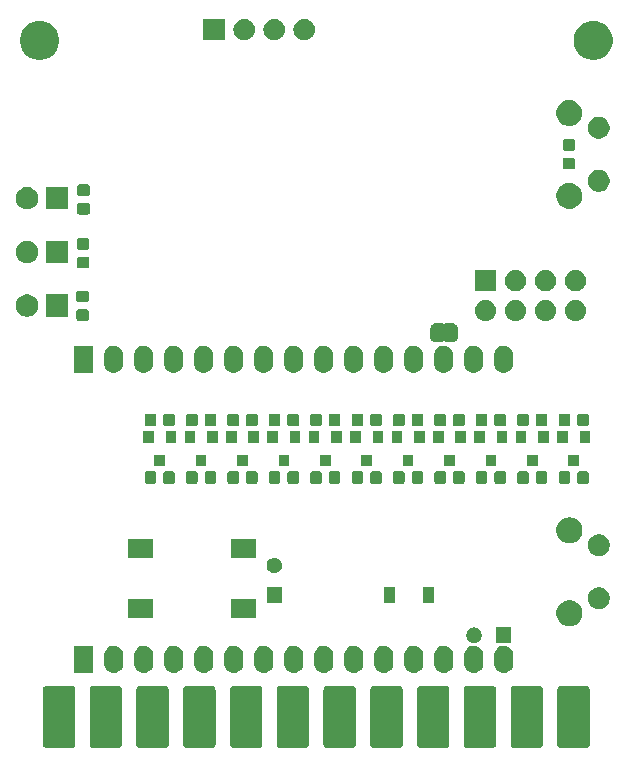
<source format=gbs>
G04 #@! TF.GenerationSoftware,KiCad,Pcbnew,5.0.2+dfsg1-1*
G04 #@! TF.CreationDate,2021-03-27T14:43:42+01:00*
G04 #@! TF.ProjectId,WiC64_Plugin,57694336-345f-4506-9c75-67696e2e6b69,v0.6*
G04 #@! TF.SameCoordinates,Original*
G04 #@! TF.FileFunction,Soldermask,Bot*
G04 #@! TF.FilePolarity,Negative*
%FSLAX46Y46*%
G04 Gerber Fmt 4.6, Leading zero omitted, Abs format (unit mm)*
G04 Created by KiCad (PCBNEW 5.0.2+dfsg1-1) date Sa 27 Mär 2021 14:43:42 CET*
%MOMM*%
%LPD*%
G01*
G04 APERTURE LIST*
%ADD10C,0.100000*%
G04 APERTURE END LIST*
D10*
G36*
X128681509Y-134576018D02*
X128742170Y-134594420D01*
X128798075Y-134624301D01*
X128847081Y-134664519D01*
X128887299Y-134713525D01*
X128917180Y-134769430D01*
X128935582Y-134830091D01*
X128942400Y-134899320D01*
X128942400Y-139522280D01*
X128935582Y-139591509D01*
X128917180Y-139652170D01*
X128887299Y-139708075D01*
X128847081Y-139757081D01*
X128798075Y-139797299D01*
X128742170Y-139827180D01*
X128681509Y-139845582D01*
X128612280Y-139852400D01*
X126529320Y-139852400D01*
X126460091Y-139845582D01*
X126399430Y-139827180D01*
X126343525Y-139797299D01*
X126294519Y-139757081D01*
X126254301Y-139708075D01*
X126224420Y-139652170D01*
X126206018Y-139591509D01*
X126199200Y-139522280D01*
X126199200Y-134899320D01*
X126206018Y-134830091D01*
X126224420Y-134769430D01*
X126254301Y-134713525D01*
X126294519Y-134664519D01*
X126343525Y-134624301D01*
X126399430Y-134594420D01*
X126460091Y-134576018D01*
X126529320Y-134569200D01*
X128612280Y-134569200D01*
X128681509Y-134576018D01*
X128681509Y-134576018D01*
G37*
G36*
X168281509Y-134576018D02*
X168342170Y-134594420D01*
X168398075Y-134624301D01*
X168447081Y-134664519D01*
X168487299Y-134713525D01*
X168517180Y-134769430D01*
X168535582Y-134830091D01*
X168542400Y-134899320D01*
X168542400Y-139522280D01*
X168535582Y-139591509D01*
X168517180Y-139652170D01*
X168487299Y-139708075D01*
X168447081Y-139757081D01*
X168398075Y-139797299D01*
X168342170Y-139827180D01*
X168281509Y-139845582D01*
X168212280Y-139852400D01*
X166129320Y-139852400D01*
X166060091Y-139845582D01*
X165999430Y-139827180D01*
X165943525Y-139797299D01*
X165894519Y-139757081D01*
X165854301Y-139708075D01*
X165824420Y-139652170D01*
X165806018Y-139591509D01*
X165799200Y-139522280D01*
X165799200Y-134899320D01*
X165806018Y-134830091D01*
X165824420Y-134769430D01*
X165854301Y-134713525D01*
X165894519Y-134664519D01*
X165943525Y-134624301D01*
X165999430Y-134594420D01*
X166060091Y-134576018D01*
X166129320Y-134569200D01*
X168212280Y-134569200D01*
X168281509Y-134576018D01*
X168281509Y-134576018D01*
G37*
G36*
X172241509Y-134576018D02*
X172302170Y-134594420D01*
X172358075Y-134624301D01*
X172407081Y-134664519D01*
X172447299Y-134713525D01*
X172477180Y-134769430D01*
X172495582Y-134830091D01*
X172502400Y-134899320D01*
X172502400Y-139522280D01*
X172495582Y-139591509D01*
X172477180Y-139652170D01*
X172447299Y-139708075D01*
X172407081Y-139757081D01*
X172358075Y-139797299D01*
X172302170Y-139827180D01*
X172241509Y-139845582D01*
X172172280Y-139852400D01*
X170089320Y-139852400D01*
X170020091Y-139845582D01*
X169959430Y-139827180D01*
X169903525Y-139797299D01*
X169854519Y-139757081D01*
X169814301Y-139708075D01*
X169784420Y-139652170D01*
X169766018Y-139591509D01*
X169759200Y-139522280D01*
X169759200Y-134899320D01*
X169766018Y-134830091D01*
X169784420Y-134769430D01*
X169814301Y-134713525D01*
X169854519Y-134664519D01*
X169903525Y-134624301D01*
X169959430Y-134594420D01*
X170020091Y-134576018D01*
X170089320Y-134569200D01*
X172172280Y-134569200D01*
X172241509Y-134576018D01*
X172241509Y-134576018D01*
G37*
G36*
X164321509Y-134576018D02*
X164382170Y-134594420D01*
X164438075Y-134624301D01*
X164487081Y-134664519D01*
X164527299Y-134713525D01*
X164557180Y-134769430D01*
X164575582Y-134830091D01*
X164582400Y-134899320D01*
X164582400Y-139522280D01*
X164575582Y-139591509D01*
X164557180Y-139652170D01*
X164527299Y-139708075D01*
X164487081Y-139757081D01*
X164438075Y-139797299D01*
X164382170Y-139827180D01*
X164321509Y-139845582D01*
X164252280Y-139852400D01*
X162169320Y-139852400D01*
X162100091Y-139845582D01*
X162039430Y-139827180D01*
X161983525Y-139797299D01*
X161934519Y-139757081D01*
X161894301Y-139708075D01*
X161864420Y-139652170D01*
X161846018Y-139591509D01*
X161839200Y-139522280D01*
X161839200Y-134899320D01*
X161846018Y-134830091D01*
X161864420Y-134769430D01*
X161894301Y-134713525D01*
X161934519Y-134664519D01*
X161983525Y-134624301D01*
X162039430Y-134594420D01*
X162100091Y-134576018D01*
X162169320Y-134569200D01*
X164252280Y-134569200D01*
X164321509Y-134576018D01*
X164321509Y-134576018D01*
G37*
G36*
X160361509Y-134576018D02*
X160422170Y-134594420D01*
X160478075Y-134624301D01*
X160527081Y-134664519D01*
X160567299Y-134713525D01*
X160597180Y-134769430D01*
X160615582Y-134830091D01*
X160622400Y-134899320D01*
X160622400Y-139522280D01*
X160615582Y-139591509D01*
X160597180Y-139652170D01*
X160567299Y-139708075D01*
X160527081Y-139757081D01*
X160478075Y-139797299D01*
X160422170Y-139827180D01*
X160361509Y-139845582D01*
X160292280Y-139852400D01*
X158209320Y-139852400D01*
X158140091Y-139845582D01*
X158079430Y-139827180D01*
X158023525Y-139797299D01*
X157974519Y-139757081D01*
X157934301Y-139708075D01*
X157904420Y-139652170D01*
X157886018Y-139591509D01*
X157879200Y-139522280D01*
X157879200Y-134899320D01*
X157886018Y-134830091D01*
X157904420Y-134769430D01*
X157934301Y-134713525D01*
X157974519Y-134664519D01*
X158023525Y-134624301D01*
X158079430Y-134594420D01*
X158140091Y-134576018D01*
X158209320Y-134569200D01*
X160292280Y-134569200D01*
X160361509Y-134576018D01*
X160361509Y-134576018D01*
G37*
G36*
X156401509Y-134576018D02*
X156462170Y-134594420D01*
X156518075Y-134624301D01*
X156567081Y-134664519D01*
X156607299Y-134713525D01*
X156637180Y-134769430D01*
X156655582Y-134830091D01*
X156662400Y-134899320D01*
X156662400Y-139522280D01*
X156655582Y-139591509D01*
X156637180Y-139652170D01*
X156607299Y-139708075D01*
X156567081Y-139757081D01*
X156518075Y-139797299D01*
X156462170Y-139827180D01*
X156401509Y-139845582D01*
X156332280Y-139852400D01*
X154249320Y-139852400D01*
X154180091Y-139845582D01*
X154119430Y-139827180D01*
X154063525Y-139797299D01*
X154014519Y-139757081D01*
X153974301Y-139708075D01*
X153944420Y-139652170D01*
X153926018Y-139591509D01*
X153919200Y-139522280D01*
X153919200Y-134899320D01*
X153926018Y-134830091D01*
X153944420Y-134769430D01*
X153974301Y-134713525D01*
X154014519Y-134664519D01*
X154063525Y-134624301D01*
X154119430Y-134594420D01*
X154180091Y-134576018D01*
X154249320Y-134569200D01*
X156332280Y-134569200D01*
X156401509Y-134576018D01*
X156401509Y-134576018D01*
G37*
G36*
X152441509Y-134576018D02*
X152502170Y-134594420D01*
X152558075Y-134624301D01*
X152607081Y-134664519D01*
X152647299Y-134713525D01*
X152677180Y-134769430D01*
X152695582Y-134830091D01*
X152702400Y-134899320D01*
X152702400Y-139522280D01*
X152695582Y-139591509D01*
X152677180Y-139652170D01*
X152647299Y-139708075D01*
X152607081Y-139757081D01*
X152558075Y-139797299D01*
X152502170Y-139827180D01*
X152441509Y-139845582D01*
X152372280Y-139852400D01*
X150289320Y-139852400D01*
X150220091Y-139845582D01*
X150159430Y-139827180D01*
X150103525Y-139797299D01*
X150054519Y-139757081D01*
X150014301Y-139708075D01*
X149984420Y-139652170D01*
X149966018Y-139591509D01*
X149959200Y-139522280D01*
X149959200Y-134899320D01*
X149966018Y-134830091D01*
X149984420Y-134769430D01*
X150014301Y-134713525D01*
X150054519Y-134664519D01*
X150103525Y-134624301D01*
X150159430Y-134594420D01*
X150220091Y-134576018D01*
X150289320Y-134569200D01*
X152372280Y-134569200D01*
X152441509Y-134576018D01*
X152441509Y-134576018D01*
G37*
G36*
X144521509Y-134576018D02*
X144582170Y-134594420D01*
X144638075Y-134624301D01*
X144687081Y-134664519D01*
X144727299Y-134713525D01*
X144757180Y-134769430D01*
X144775582Y-134830091D01*
X144782400Y-134899320D01*
X144782400Y-139522280D01*
X144775582Y-139591509D01*
X144757180Y-139652170D01*
X144727299Y-139708075D01*
X144687081Y-139757081D01*
X144638075Y-139797299D01*
X144582170Y-139827180D01*
X144521509Y-139845582D01*
X144452280Y-139852400D01*
X142369320Y-139852400D01*
X142300091Y-139845582D01*
X142239430Y-139827180D01*
X142183525Y-139797299D01*
X142134519Y-139757081D01*
X142094301Y-139708075D01*
X142064420Y-139652170D01*
X142046018Y-139591509D01*
X142039200Y-139522280D01*
X142039200Y-134899320D01*
X142046018Y-134830091D01*
X142064420Y-134769430D01*
X142094301Y-134713525D01*
X142134519Y-134664519D01*
X142183525Y-134624301D01*
X142239430Y-134594420D01*
X142300091Y-134576018D01*
X142369320Y-134569200D01*
X144452280Y-134569200D01*
X144521509Y-134576018D01*
X144521509Y-134576018D01*
G37*
G36*
X148481509Y-134576018D02*
X148542170Y-134594420D01*
X148598075Y-134624301D01*
X148647081Y-134664519D01*
X148687299Y-134713525D01*
X148717180Y-134769430D01*
X148735582Y-134830091D01*
X148742400Y-134899320D01*
X148742400Y-139522280D01*
X148735582Y-139591509D01*
X148717180Y-139652170D01*
X148687299Y-139708075D01*
X148647081Y-139757081D01*
X148598075Y-139797299D01*
X148542170Y-139827180D01*
X148481509Y-139845582D01*
X148412280Y-139852400D01*
X146329320Y-139852400D01*
X146260091Y-139845582D01*
X146199430Y-139827180D01*
X146143525Y-139797299D01*
X146094519Y-139757081D01*
X146054301Y-139708075D01*
X146024420Y-139652170D01*
X146006018Y-139591509D01*
X145999200Y-139522280D01*
X145999200Y-134899320D01*
X146006018Y-134830091D01*
X146024420Y-134769430D01*
X146054301Y-134713525D01*
X146094519Y-134664519D01*
X146143525Y-134624301D01*
X146199430Y-134594420D01*
X146260091Y-134576018D01*
X146329320Y-134569200D01*
X148412280Y-134569200D01*
X148481509Y-134576018D01*
X148481509Y-134576018D01*
G37*
G36*
X132641509Y-134576018D02*
X132702170Y-134594420D01*
X132758075Y-134624301D01*
X132807081Y-134664519D01*
X132847299Y-134713525D01*
X132877180Y-134769430D01*
X132895582Y-134830091D01*
X132902400Y-134899320D01*
X132902400Y-139522280D01*
X132895582Y-139591509D01*
X132877180Y-139652170D01*
X132847299Y-139708075D01*
X132807081Y-139757081D01*
X132758075Y-139797299D01*
X132702170Y-139827180D01*
X132641509Y-139845582D01*
X132572280Y-139852400D01*
X130489320Y-139852400D01*
X130420091Y-139845582D01*
X130359430Y-139827180D01*
X130303525Y-139797299D01*
X130254519Y-139757081D01*
X130214301Y-139708075D01*
X130184420Y-139652170D01*
X130166018Y-139591509D01*
X130159200Y-139522280D01*
X130159200Y-134899320D01*
X130166018Y-134830091D01*
X130184420Y-134769430D01*
X130214301Y-134713525D01*
X130254519Y-134664519D01*
X130303525Y-134624301D01*
X130359430Y-134594420D01*
X130420091Y-134576018D01*
X130489320Y-134569200D01*
X132572280Y-134569200D01*
X132641509Y-134576018D01*
X132641509Y-134576018D01*
G37*
G36*
X140561509Y-134576018D02*
X140622170Y-134594420D01*
X140678075Y-134624301D01*
X140727081Y-134664519D01*
X140767299Y-134713525D01*
X140797180Y-134769430D01*
X140815582Y-134830091D01*
X140822400Y-134899320D01*
X140822400Y-139522280D01*
X140815582Y-139591509D01*
X140797180Y-139652170D01*
X140767299Y-139708075D01*
X140727081Y-139757081D01*
X140678075Y-139797299D01*
X140622170Y-139827180D01*
X140561509Y-139845582D01*
X140492280Y-139852400D01*
X138409320Y-139852400D01*
X138340091Y-139845582D01*
X138279430Y-139827180D01*
X138223525Y-139797299D01*
X138174519Y-139757081D01*
X138134301Y-139708075D01*
X138104420Y-139652170D01*
X138086018Y-139591509D01*
X138079200Y-139522280D01*
X138079200Y-134899320D01*
X138086018Y-134830091D01*
X138104420Y-134769430D01*
X138134301Y-134713525D01*
X138174519Y-134664519D01*
X138223525Y-134624301D01*
X138279430Y-134594420D01*
X138340091Y-134576018D01*
X138409320Y-134569200D01*
X140492280Y-134569200D01*
X140561509Y-134576018D01*
X140561509Y-134576018D01*
G37*
G36*
X136601509Y-134576018D02*
X136662170Y-134594420D01*
X136718075Y-134624301D01*
X136767081Y-134664519D01*
X136807299Y-134713525D01*
X136837180Y-134769430D01*
X136855582Y-134830091D01*
X136862400Y-134899320D01*
X136862400Y-139522280D01*
X136855582Y-139591509D01*
X136837180Y-139652170D01*
X136807299Y-139708075D01*
X136767081Y-139757081D01*
X136718075Y-139797299D01*
X136662170Y-139827180D01*
X136601509Y-139845582D01*
X136532280Y-139852400D01*
X134449320Y-139852400D01*
X134380091Y-139845582D01*
X134319430Y-139827180D01*
X134263525Y-139797299D01*
X134214519Y-139757081D01*
X134174301Y-139708075D01*
X134144420Y-139652170D01*
X134126018Y-139591509D01*
X134119200Y-139522280D01*
X134119200Y-134899320D01*
X134126018Y-134830091D01*
X134144420Y-134769430D01*
X134174301Y-134713525D01*
X134214519Y-134664519D01*
X134263525Y-134624301D01*
X134319430Y-134594420D01*
X134380091Y-134576018D01*
X134449320Y-134569200D01*
X136532280Y-134569200D01*
X136601509Y-134576018D01*
X136601509Y-134576018D01*
G37*
G36*
X150146375Y-131194944D02*
X150248542Y-131225936D01*
X150299627Y-131241432D01*
X150375120Y-131281785D01*
X150440863Y-131316925D01*
X150440865Y-131316926D01*
X150440864Y-131316926D01*
X150564659Y-131418521D01*
X150666255Y-131542315D01*
X150741748Y-131683552D01*
X150757244Y-131734637D01*
X150788236Y-131836804D01*
X150800000Y-131956247D01*
X150800000Y-132711753D01*
X150788236Y-132831196D01*
X150757244Y-132933363D01*
X150741748Y-132984448D01*
X150666255Y-133125685D01*
X150564659Y-133249479D01*
X150440865Y-133351075D01*
X150299628Y-133426568D01*
X150248543Y-133442064D01*
X150146376Y-133473056D01*
X149987000Y-133488753D01*
X149827625Y-133473056D01*
X149725458Y-133442064D01*
X149674373Y-133426568D01*
X149533136Y-133351075D01*
X149409342Y-133249479D01*
X149307746Y-133125685D01*
X149232254Y-132984449D01*
X149232253Y-132984447D01*
X149185764Y-132831196D01*
X149174000Y-132711753D01*
X149174000Y-131956248D01*
X149185764Y-131836805D01*
X149232252Y-131683554D01*
X149232252Y-131683553D01*
X149307746Y-131542316D01*
X149409341Y-131418521D01*
X149533135Y-131316925D01*
X149674372Y-131241432D01*
X149725457Y-131225936D01*
X149827624Y-131194944D01*
X149987000Y-131179247D01*
X150146375Y-131194944D01*
X150146375Y-131194944D01*
G37*
G36*
X132366375Y-131194944D02*
X132468542Y-131225936D01*
X132519627Y-131241432D01*
X132595120Y-131281785D01*
X132660863Y-131316925D01*
X132660865Y-131316926D01*
X132660864Y-131316926D01*
X132784659Y-131418521D01*
X132886255Y-131542315D01*
X132961748Y-131683552D01*
X132977244Y-131734637D01*
X133008236Y-131836804D01*
X133020000Y-131956247D01*
X133020000Y-132711753D01*
X133008236Y-132831196D01*
X132977244Y-132933363D01*
X132961748Y-132984448D01*
X132886255Y-133125685D01*
X132784659Y-133249479D01*
X132660865Y-133351075D01*
X132519628Y-133426568D01*
X132468543Y-133442064D01*
X132366376Y-133473056D01*
X132207000Y-133488753D01*
X132047625Y-133473056D01*
X131945458Y-133442064D01*
X131894373Y-133426568D01*
X131753136Y-133351075D01*
X131629342Y-133249479D01*
X131527746Y-133125685D01*
X131452254Y-132984449D01*
X131452253Y-132984447D01*
X131405764Y-132831196D01*
X131394000Y-132711753D01*
X131394000Y-131956248D01*
X131405764Y-131836805D01*
X131452252Y-131683554D01*
X131452252Y-131683553D01*
X131527746Y-131542316D01*
X131629341Y-131418521D01*
X131753135Y-131316925D01*
X131894372Y-131241432D01*
X131945457Y-131225936D01*
X132047624Y-131194944D01*
X132207000Y-131179247D01*
X132366375Y-131194944D01*
X132366375Y-131194944D01*
G37*
G36*
X134906375Y-131194944D02*
X135008542Y-131225936D01*
X135059627Y-131241432D01*
X135135120Y-131281785D01*
X135200863Y-131316925D01*
X135200865Y-131316926D01*
X135200864Y-131316926D01*
X135324659Y-131418521D01*
X135426255Y-131542315D01*
X135501748Y-131683552D01*
X135517244Y-131734637D01*
X135548236Y-131836804D01*
X135560000Y-131956247D01*
X135560000Y-132711753D01*
X135548236Y-132831196D01*
X135517244Y-132933363D01*
X135501748Y-132984448D01*
X135426255Y-133125685D01*
X135324659Y-133249479D01*
X135200865Y-133351075D01*
X135059628Y-133426568D01*
X135008543Y-133442064D01*
X134906376Y-133473056D01*
X134747000Y-133488753D01*
X134587625Y-133473056D01*
X134485458Y-133442064D01*
X134434373Y-133426568D01*
X134293136Y-133351075D01*
X134169342Y-133249479D01*
X134067746Y-133125685D01*
X133992254Y-132984449D01*
X133992253Y-132984447D01*
X133945764Y-132831196D01*
X133934000Y-132711753D01*
X133934000Y-131956248D01*
X133945764Y-131836805D01*
X133992252Y-131683554D01*
X133992252Y-131683553D01*
X134067746Y-131542316D01*
X134169341Y-131418521D01*
X134293135Y-131316925D01*
X134434372Y-131241432D01*
X134485457Y-131225936D01*
X134587624Y-131194944D01*
X134747000Y-131179247D01*
X134906375Y-131194944D01*
X134906375Y-131194944D01*
G37*
G36*
X142526375Y-131194944D02*
X142628542Y-131225936D01*
X142679627Y-131241432D01*
X142755120Y-131281785D01*
X142820863Y-131316925D01*
X142820865Y-131316926D01*
X142820864Y-131316926D01*
X142944659Y-131418521D01*
X143046255Y-131542315D01*
X143121748Y-131683552D01*
X143137244Y-131734637D01*
X143168236Y-131836804D01*
X143180000Y-131956247D01*
X143180000Y-132711753D01*
X143168236Y-132831196D01*
X143137244Y-132933363D01*
X143121748Y-132984448D01*
X143046255Y-133125685D01*
X142944659Y-133249479D01*
X142820865Y-133351075D01*
X142679628Y-133426568D01*
X142628543Y-133442064D01*
X142526376Y-133473056D01*
X142367000Y-133488753D01*
X142207625Y-133473056D01*
X142105458Y-133442064D01*
X142054373Y-133426568D01*
X141913136Y-133351075D01*
X141789342Y-133249479D01*
X141687746Y-133125685D01*
X141612254Y-132984449D01*
X141612253Y-132984447D01*
X141565764Y-132831196D01*
X141554000Y-132711753D01*
X141554000Y-131956248D01*
X141565764Y-131836805D01*
X141612252Y-131683554D01*
X141612252Y-131683553D01*
X141687746Y-131542316D01*
X141789341Y-131418521D01*
X141913135Y-131316925D01*
X142054372Y-131241432D01*
X142105457Y-131225936D01*
X142207624Y-131194944D01*
X142367000Y-131179247D01*
X142526375Y-131194944D01*
X142526375Y-131194944D01*
G37*
G36*
X145066375Y-131194944D02*
X145168542Y-131225936D01*
X145219627Y-131241432D01*
X145295120Y-131281785D01*
X145360863Y-131316925D01*
X145360865Y-131316926D01*
X145360864Y-131316926D01*
X145484659Y-131418521D01*
X145586255Y-131542315D01*
X145661748Y-131683552D01*
X145677244Y-131734637D01*
X145708236Y-131836804D01*
X145720000Y-131956247D01*
X145720000Y-132711753D01*
X145708236Y-132831196D01*
X145677244Y-132933363D01*
X145661748Y-132984448D01*
X145586255Y-133125685D01*
X145484659Y-133249479D01*
X145360865Y-133351075D01*
X145219628Y-133426568D01*
X145168543Y-133442064D01*
X145066376Y-133473056D01*
X144907000Y-133488753D01*
X144747625Y-133473056D01*
X144645458Y-133442064D01*
X144594373Y-133426568D01*
X144453136Y-133351075D01*
X144329342Y-133249479D01*
X144227746Y-133125685D01*
X144152254Y-132984449D01*
X144152253Y-132984447D01*
X144105764Y-132831196D01*
X144094000Y-132711753D01*
X144094000Y-131956248D01*
X144105764Y-131836805D01*
X144152252Y-131683554D01*
X144152252Y-131683553D01*
X144227746Y-131542316D01*
X144329341Y-131418521D01*
X144453135Y-131316925D01*
X144594372Y-131241432D01*
X144645457Y-131225936D01*
X144747624Y-131194944D01*
X144907000Y-131179247D01*
X145066375Y-131194944D01*
X145066375Y-131194944D01*
G37*
G36*
X147606375Y-131194944D02*
X147708542Y-131225936D01*
X147759627Y-131241432D01*
X147835120Y-131281785D01*
X147900863Y-131316925D01*
X147900865Y-131316926D01*
X147900864Y-131316926D01*
X148024659Y-131418521D01*
X148126255Y-131542315D01*
X148201748Y-131683552D01*
X148217244Y-131734637D01*
X148248236Y-131836804D01*
X148260000Y-131956247D01*
X148260000Y-132711753D01*
X148248236Y-132831196D01*
X148217244Y-132933363D01*
X148201748Y-132984448D01*
X148126255Y-133125685D01*
X148024659Y-133249479D01*
X147900865Y-133351075D01*
X147759628Y-133426568D01*
X147708543Y-133442064D01*
X147606376Y-133473056D01*
X147447000Y-133488753D01*
X147287625Y-133473056D01*
X147185458Y-133442064D01*
X147134373Y-133426568D01*
X146993136Y-133351075D01*
X146869342Y-133249479D01*
X146767746Y-133125685D01*
X146692254Y-132984449D01*
X146692253Y-132984447D01*
X146645764Y-132831196D01*
X146634000Y-132711753D01*
X146634000Y-131956248D01*
X146645764Y-131836805D01*
X146692252Y-131683554D01*
X146692252Y-131683553D01*
X146767746Y-131542316D01*
X146869341Y-131418521D01*
X146993135Y-131316925D01*
X147134372Y-131241432D01*
X147185457Y-131225936D01*
X147287624Y-131194944D01*
X147447000Y-131179247D01*
X147606375Y-131194944D01*
X147606375Y-131194944D01*
G37*
G36*
X152686375Y-131194944D02*
X152788542Y-131225936D01*
X152839627Y-131241432D01*
X152915120Y-131281785D01*
X152980863Y-131316925D01*
X152980865Y-131316926D01*
X152980864Y-131316926D01*
X153104659Y-131418521D01*
X153206255Y-131542315D01*
X153281748Y-131683552D01*
X153297244Y-131734637D01*
X153328236Y-131836804D01*
X153340000Y-131956247D01*
X153340000Y-132711753D01*
X153328236Y-132831196D01*
X153297244Y-132933363D01*
X153281748Y-132984448D01*
X153206255Y-133125685D01*
X153104659Y-133249479D01*
X152980865Y-133351075D01*
X152839628Y-133426568D01*
X152788543Y-133442064D01*
X152686376Y-133473056D01*
X152527000Y-133488753D01*
X152367625Y-133473056D01*
X152265458Y-133442064D01*
X152214373Y-133426568D01*
X152073136Y-133351075D01*
X151949342Y-133249479D01*
X151847746Y-133125685D01*
X151772254Y-132984449D01*
X151772253Y-132984447D01*
X151725764Y-132831196D01*
X151714000Y-132711753D01*
X151714000Y-131956248D01*
X151725764Y-131836805D01*
X151772252Y-131683554D01*
X151772252Y-131683553D01*
X151847746Y-131542316D01*
X151949341Y-131418521D01*
X152073135Y-131316925D01*
X152214372Y-131241432D01*
X152265457Y-131225936D01*
X152367624Y-131194944D01*
X152527000Y-131179247D01*
X152686375Y-131194944D01*
X152686375Y-131194944D01*
G37*
G36*
X155226375Y-131194944D02*
X155328542Y-131225936D01*
X155379627Y-131241432D01*
X155455120Y-131281785D01*
X155520863Y-131316925D01*
X155520865Y-131316926D01*
X155520864Y-131316926D01*
X155644659Y-131418521D01*
X155746255Y-131542315D01*
X155821748Y-131683552D01*
X155837244Y-131734637D01*
X155868236Y-131836804D01*
X155880000Y-131956247D01*
X155880000Y-132711753D01*
X155868236Y-132831196D01*
X155837244Y-132933363D01*
X155821748Y-132984448D01*
X155746255Y-133125685D01*
X155644659Y-133249479D01*
X155520865Y-133351075D01*
X155379628Y-133426568D01*
X155328543Y-133442064D01*
X155226376Y-133473056D01*
X155067000Y-133488753D01*
X154907625Y-133473056D01*
X154805458Y-133442064D01*
X154754373Y-133426568D01*
X154613136Y-133351075D01*
X154489342Y-133249479D01*
X154387746Y-133125685D01*
X154312254Y-132984449D01*
X154312253Y-132984447D01*
X154265764Y-132831196D01*
X154254000Y-132711753D01*
X154254000Y-131956248D01*
X154265764Y-131836805D01*
X154312252Y-131683554D01*
X154312252Y-131683553D01*
X154387746Y-131542316D01*
X154489341Y-131418521D01*
X154613135Y-131316925D01*
X154754372Y-131241432D01*
X154805457Y-131225936D01*
X154907624Y-131194944D01*
X155067000Y-131179247D01*
X155226375Y-131194944D01*
X155226375Y-131194944D01*
G37*
G36*
X157766375Y-131194944D02*
X157868542Y-131225936D01*
X157919627Y-131241432D01*
X157995120Y-131281785D01*
X158060863Y-131316925D01*
X158060865Y-131316926D01*
X158060864Y-131316926D01*
X158184659Y-131418521D01*
X158286255Y-131542315D01*
X158361748Y-131683552D01*
X158377244Y-131734637D01*
X158408236Y-131836804D01*
X158420000Y-131956247D01*
X158420000Y-132711753D01*
X158408236Y-132831196D01*
X158377244Y-132933363D01*
X158361748Y-132984448D01*
X158286255Y-133125685D01*
X158184659Y-133249479D01*
X158060865Y-133351075D01*
X157919628Y-133426568D01*
X157868543Y-133442064D01*
X157766376Y-133473056D01*
X157607000Y-133488753D01*
X157447625Y-133473056D01*
X157345458Y-133442064D01*
X157294373Y-133426568D01*
X157153136Y-133351075D01*
X157029342Y-133249479D01*
X156927746Y-133125685D01*
X156852254Y-132984449D01*
X156852253Y-132984447D01*
X156805764Y-132831196D01*
X156794000Y-132711753D01*
X156794000Y-131956248D01*
X156805764Y-131836805D01*
X156852252Y-131683554D01*
X156852252Y-131683553D01*
X156927746Y-131542316D01*
X157029341Y-131418521D01*
X157153135Y-131316925D01*
X157294372Y-131241432D01*
X157345457Y-131225936D01*
X157447624Y-131194944D01*
X157607000Y-131179247D01*
X157766375Y-131194944D01*
X157766375Y-131194944D01*
G37*
G36*
X160306375Y-131194944D02*
X160408542Y-131225936D01*
X160459627Y-131241432D01*
X160535120Y-131281785D01*
X160600863Y-131316925D01*
X160600865Y-131316926D01*
X160600864Y-131316926D01*
X160724659Y-131418521D01*
X160826255Y-131542315D01*
X160901748Y-131683552D01*
X160917244Y-131734637D01*
X160948236Y-131836804D01*
X160960000Y-131956247D01*
X160960000Y-132711753D01*
X160948236Y-132831196D01*
X160917244Y-132933363D01*
X160901748Y-132984448D01*
X160826255Y-133125685D01*
X160724659Y-133249479D01*
X160600865Y-133351075D01*
X160459628Y-133426568D01*
X160408543Y-133442064D01*
X160306376Y-133473056D01*
X160147000Y-133488753D01*
X159987625Y-133473056D01*
X159885458Y-133442064D01*
X159834373Y-133426568D01*
X159693136Y-133351075D01*
X159569342Y-133249479D01*
X159467746Y-133125685D01*
X159392254Y-132984449D01*
X159392253Y-132984447D01*
X159345764Y-132831196D01*
X159334000Y-132711753D01*
X159334000Y-131956248D01*
X159345764Y-131836805D01*
X159392252Y-131683554D01*
X159392252Y-131683553D01*
X159467746Y-131542316D01*
X159569341Y-131418521D01*
X159693135Y-131316925D01*
X159834372Y-131241432D01*
X159885457Y-131225936D01*
X159987624Y-131194944D01*
X160147000Y-131179247D01*
X160306375Y-131194944D01*
X160306375Y-131194944D01*
G37*
G36*
X162691534Y-131174285D02*
X162727116Y-131183198D01*
X162756419Y-131186084D01*
X162846375Y-131194944D01*
X162948542Y-131225936D01*
X162999627Y-131241432D01*
X163075120Y-131281785D01*
X163140863Y-131316925D01*
X163140865Y-131316926D01*
X163140864Y-131316926D01*
X163264659Y-131418521D01*
X163366255Y-131542315D01*
X163441748Y-131683552D01*
X163457244Y-131734637D01*
X163488236Y-131836804D01*
X163500000Y-131956247D01*
X163500000Y-132711753D01*
X163488236Y-132831196D01*
X163457244Y-132933363D01*
X163441748Y-132984448D01*
X163366255Y-133125685D01*
X163264659Y-133249479D01*
X163140865Y-133351075D01*
X162999628Y-133426568D01*
X162948543Y-133442064D01*
X162846376Y-133473056D01*
X162687000Y-133488753D01*
X162527625Y-133473056D01*
X162425458Y-133442064D01*
X162374373Y-133426568D01*
X162233136Y-133351075D01*
X162109342Y-133249479D01*
X162007746Y-133125685D01*
X161932254Y-132984449D01*
X161932253Y-132984447D01*
X161885764Y-132831196D01*
X161874000Y-132711753D01*
X161874000Y-131956248D01*
X161885764Y-131836805D01*
X161932252Y-131683554D01*
X161932252Y-131683553D01*
X162007746Y-131542316D01*
X162109341Y-131418521D01*
X162233135Y-131316925D01*
X162374372Y-131241432D01*
X162425457Y-131225936D01*
X162527624Y-131194944D01*
X162597781Y-131188034D01*
X162646883Y-131183198D01*
X162670917Y-131178417D01*
X162686888Y-131171802D01*
X162691534Y-131174285D01*
X162691534Y-131174285D01*
G37*
G36*
X165231534Y-131174285D02*
X165267116Y-131183198D01*
X165296419Y-131186084D01*
X165386375Y-131194944D01*
X165488542Y-131225936D01*
X165539627Y-131241432D01*
X165615120Y-131281785D01*
X165680863Y-131316925D01*
X165680865Y-131316926D01*
X165680864Y-131316926D01*
X165804659Y-131418521D01*
X165906255Y-131542315D01*
X165981748Y-131683552D01*
X165997244Y-131734637D01*
X166028236Y-131836804D01*
X166040000Y-131956247D01*
X166040000Y-132711753D01*
X166028236Y-132831196D01*
X165997244Y-132933363D01*
X165981748Y-132984448D01*
X165906255Y-133125685D01*
X165804659Y-133249479D01*
X165680865Y-133351075D01*
X165539628Y-133426568D01*
X165488543Y-133442064D01*
X165386376Y-133473056D01*
X165227000Y-133488753D01*
X165067625Y-133473056D01*
X164965458Y-133442064D01*
X164914373Y-133426568D01*
X164773136Y-133351075D01*
X164649342Y-133249479D01*
X164547746Y-133125685D01*
X164472254Y-132984449D01*
X164472253Y-132984447D01*
X164425764Y-132831196D01*
X164414000Y-132711753D01*
X164414000Y-131956248D01*
X164425764Y-131836805D01*
X164472252Y-131683554D01*
X164472252Y-131683553D01*
X164547746Y-131542316D01*
X164649341Y-131418521D01*
X164773135Y-131316925D01*
X164914372Y-131241432D01*
X164965457Y-131225936D01*
X165067624Y-131194944D01*
X165137781Y-131188034D01*
X165186883Y-131183198D01*
X165210917Y-131178417D01*
X165226888Y-131171802D01*
X165231534Y-131174285D01*
X165231534Y-131174285D01*
G37*
G36*
X139986375Y-131194944D02*
X140088542Y-131225936D01*
X140139627Y-131241432D01*
X140215120Y-131281785D01*
X140280863Y-131316925D01*
X140280865Y-131316926D01*
X140280864Y-131316926D01*
X140404659Y-131418521D01*
X140506255Y-131542315D01*
X140581748Y-131683552D01*
X140597244Y-131734637D01*
X140628236Y-131836804D01*
X140640000Y-131956247D01*
X140640000Y-132711753D01*
X140628236Y-132831196D01*
X140597244Y-132933363D01*
X140581748Y-132984448D01*
X140506255Y-133125685D01*
X140404659Y-133249479D01*
X140280865Y-133351075D01*
X140139628Y-133426568D01*
X140088543Y-133442064D01*
X139986376Y-133473056D01*
X139827000Y-133488753D01*
X139667625Y-133473056D01*
X139565458Y-133442064D01*
X139514373Y-133426568D01*
X139373136Y-133351075D01*
X139249342Y-133249479D01*
X139147746Y-133125685D01*
X139072254Y-132984449D01*
X139072253Y-132984447D01*
X139025764Y-132831196D01*
X139014000Y-132711753D01*
X139014000Y-131956248D01*
X139025764Y-131836805D01*
X139072252Y-131683554D01*
X139072252Y-131683553D01*
X139147746Y-131542316D01*
X139249341Y-131418521D01*
X139373135Y-131316925D01*
X139514372Y-131241432D01*
X139565457Y-131225936D01*
X139667624Y-131194944D01*
X139827000Y-131179247D01*
X139986375Y-131194944D01*
X139986375Y-131194944D01*
G37*
G36*
X137446375Y-131194944D02*
X137548542Y-131225936D01*
X137599627Y-131241432D01*
X137675120Y-131281785D01*
X137740863Y-131316925D01*
X137740865Y-131316926D01*
X137740864Y-131316926D01*
X137864659Y-131418521D01*
X137966255Y-131542315D01*
X138041748Y-131683552D01*
X138057244Y-131734637D01*
X138088236Y-131836804D01*
X138100000Y-131956247D01*
X138100000Y-132711753D01*
X138088236Y-132831196D01*
X138057244Y-132933363D01*
X138041748Y-132984448D01*
X137966255Y-133125685D01*
X137864659Y-133249479D01*
X137740865Y-133351075D01*
X137599628Y-133426568D01*
X137548543Y-133442064D01*
X137446376Y-133473056D01*
X137287000Y-133488753D01*
X137127625Y-133473056D01*
X137025458Y-133442064D01*
X136974373Y-133426568D01*
X136833136Y-133351075D01*
X136709342Y-133249479D01*
X136607746Y-133125685D01*
X136532254Y-132984449D01*
X136532253Y-132984447D01*
X136485764Y-132831196D01*
X136474000Y-132711753D01*
X136474000Y-131956248D01*
X136485764Y-131836805D01*
X136532252Y-131683554D01*
X136532252Y-131683553D01*
X136607746Y-131542316D01*
X136709341Y-131418521D01*
X136833135Y-131316925D01*
X136974372Y-131241432D01*
X137025457Y-131225936D01*
X137127624Y-131194944D01*
X137287000Y-131179247D01*
X137446375Y-131194944D01*
X137446375Y-131194944D01*
G37*
G36*
X130480000Y-133484820D02*
X128854000Y-133484820D01*
X128854000Y-131183180D01*
X130480000Y-131183180D01*
X130480000Y-133484820D01*
X130480000Y-133484820D01*
G37*
G36*
X162896890Y-129656817D02*
X163015361Y-129705889D01*
X163121992Y-129777138D01*
X163212662Y-129867808D01*
X163283911Y-129974439D01*
X163332983Y-130092910D01*
X163358000Y-130218681D01*
X163358000Y-130346919D01*
X163332983Y-130472690D01*
X163283911Y-130591161D01*
X163212662Y-130697792D01*
X163121992Y-130788462D01*
X163015361Y-130859711D01*
X162896890Y-130908783D01*
X162771119Y-130933800D01*
X162739369Y-130933800D01*
X162714983Y-130936202D01*
X162691534Y-130943315D01*
X162686888Y-130945798D01*
X162670916Y-130939182D01*
X162654839Y-130936797D01*
X162654957Y-130936202D01*
X162517110Y-130908783D01*
X162398639Y-130859711D01*
X162292008Y-130788462D01*
X162201338Y-130697792D01*
X162130089Y-130591161D01*
X162081017Y-130472690D01*
X162056000Y-130346919D01*
X162056000Y-130218681D01*
X162081017Y-130092910D01*
X162130089Y-129974439D01*
X162201338Y-129867808D01*
X162292008Y-129777138D01*
X162398639Y-129705889D01*
X162517110Y-129656817D01*
X162642881Y-129631800D01*
X162771119Y-129631800D01*
X162896890Y-129656817D01*
X162896890Y-129656817D01*
G37*
G36*
X165858000Y-130933800D02*
X165279369Y-130933800D01*
X165254983Y-130936202D01*
X165231534Y-130943315D01*
X165226888Y-130945798D01*
X165210916Y-130939182D01*
X165174631Y-130933800D01*
X164556000Y-130933800D01*
X164556000Y-129631800D01*
X165858000Y-129631800D01*
X165858000Y-130933800D01*
X165858000Y-130933800D01*
G37*
G36*
X171003594Y-127336755D02*
X171109950Y-127357911D01*
X171180790Y-127387254D01*
X171310316Y-127440905D01*
X171310319Y-127440907D01*
X171442758Y-127529400D01*
X171490650Y-127561401D01*
X171643999Y-127714750D01*
X171644001Y-127714753D01*
X171644002Y-127714754D01*
X171751656Y-127875869D01*
X171764495Y-127895084D01*
X171847489Y-128095451D01*
X171889800Y-128308160D01*
X171889800Y-128525040D01*
X171847489Y-128737749D01*
X171764495Y-128938116D01*
X171643999Y-129118450D01*
X171490650Y-129271799D01*
X171310316Y-129392295D01*
X171180790Y-129445946D01*
X171109950Y-129475289D01*
X171003595Y-129496444D01*
X170897240Y-129517600D01*
X170680360Y-129517600D01*
X170574005Y-129496444D01*
X170467650Y-129475289D01*
X170396810Y-129445946D01*
X170267284Y-129392295D01*
X170086950Y-129271799D01*
X169933601Y-129118450D01*
X169813105Y-128938116D01*
X169730111Y-128737749D01*
X169687800Y-128525040D01*
X169687800Y-128308160D01*
X169730111Y-128095451D01*
X169813105Y-127895084D01*
X169825944Y-127875869D01*
X169933598Y-127714754D01*
X169933599Y-127714753D01*
X169933601Y-127714750D01*
X170086950Y-127561401D01*
X170134843Y-127529400D01*
X170267281Y-127440907D01*
X170267284Y-127440905D01*
X170396810Y-127387254D01*
X170467650Y-127357911D01*
X170574006Y-127336755D01*
X170680360Y-127315600D01*
X170897240Y-127315600D01*
X171003594Y-127336755D01*
X171003594Y-127336755D01*
G37*
G36*
X135517400Y-128852400D02*
X133415400Y-128852400D01*
X133415400Y-127250400D01*
X135517400Y-127250400D01*
X135517400Y-128852400D01*
X135517400Y-128852400D01*
G37*
G36*
X144257400Y-128852400D02*
X142155400Y-128852400D01*
X142155400Y-127250400D01*
X144257400Y-127250400D01*
X144257400Y-128852400D01*
X144257400Y-128852400D01*
G37*
G36*
X173548904Y-126266185D02*
X173717426Y-126335989D01*
X173869091Y-126437328D01*
X173998072Y-126566309D01*
X174099411Y-126717974D01*
X174169215Y-126886496D01*
X174204800Y-127065397D01*
X174204800Y-127247803D01*
X174169215Y-127426704D01*
X174099411Y-127595226D01*
X173998072Y-127746891D01*
X173869091Y-127875872D01*
X173717426Y-127977211D01*
X173548904Y-128047015D01*
X173370003Y-128082600D01*
X173187597Y-128082600D01*
X173008696Y-128047015D01*
X172840174Y-127977211D01*
X172688509Y-127875872D01*
X172559528Y-127746891D01*
X172458189Y-127595226D01*
X172388385Y-127426704D01*
X172352800Y-127247803D01*
X172352800Y-127065397D01*
X172388385Y-126886496D01*
X172458189Y-126717974D01*
X172559528Y-126566309D01*
X172688509Y-126437328D01*
X172840174Y-126335989D01*
X173008696Y-126266185D01*
X173187597Y-126230600D01*
X173370003Y-126230600D01*
X173548904Y-126266185D01*
X173548904Y-126266185D01*
G37*
G36*
X146440800Y-127529400D02*
X145138800Y-127529400D01*
X145138800Y-126227400D01*
X146440800Y-126227400D01*
X146440800Y-127529400D01*
X146440800Y-127529400D01*
G37*
G36*
X156051600Y-127524000D02*
X155049600Y-127524000D01*
X155049600Y-126222000D01*
X156051600Y-126222000D01*
X156051600Y-127524000D01*
X156051600Y-127524000D01*
G37*
G36*
X159351600Y-127524000D02*
X158349600Y-127524000D01*
X158349600Y-126222000D01*
X159351600Y-126222000D01*
X159351600Y-127524000D01*
X159351600Y-127524000D01*
G37*
G36*
X145979690Y-123752417D02*
X146098161Y-123801489D01*
X146204792Y-123872738D01*
X146295462Y-123963408D01*
X146366711Y-124070039D01*
X146415783Y-124188510D01*
X146440800Y-124314281D01*
X146440800Y-124442519D01*
X146415783Y-124568290D01*
X146366711Y-124686761D01*
X146295462Y-124793392D01*
X146204792Y-124884062D01*
X146098161Y-124955311D01*
X145979690Y-125004383D01*
X145853919Y-125029400D01*
X145725681Y-125029400D01*
X145599910Y-125004383D01*
X145481439Y-124955311D01*
X145374808Y-124884062D01*
X145284138Y-124793392D01*
X145212889Y-124686761D01*
X145163817Y-124568290D01*
X145138800Y-124442519D01*
X145138800Y-124314281D01*
X145163817Y-124188510D01*
X145212889Y-124070039D01*
X145284138Y-123963408D01*
X145374808Y-123872738D01*
X145481439Y-123801489D01*
X145599910Y-123752417D01*
X145725681Y-123727400D01*
X145853919Y-123727400D01*
X145979690Y-123752417D01*
X145979690Y-123752417D01*
G37*
G36*
X144257400Y-123752400D02*
X142155400Y-123752400D01*
X142155400Y-122150400D01*
X144257400Y-122150400D01*
X144257400Y-123752400D01*
X144257400Y-123752400D01*
G37*
G36*
X135517400Y-123752400D02*
X133415400Y-123752400D01*
X133415400Y-122150400D01*
X135517400Y-122150400D01*
X135517400Y-123752400D01*
X135517400Y-123752400D01*
G37*
G36*
X173548904Y-121766185D02*
X173717426Y-121835989D01*
X173869091Y-121937328D01*
X173998072Y-122066309D01*
X174099411Y-122217974D01*
X174169215Y-122386496D01*
X174204800Y-122565397D01*
X174204800Y-122747803D01*
X174169215Y-122926704D01*
X174099411Y-123095226D01*
X173998072Y-123246891D01*
X173869091Y-123375872D01*
X173717426Y-123477211D01*
X173548904Y-123547015D01*
X173370003Y-123582600D01*
X173187597Y-123582600D01*
X173008696Y-123547015D01*
X172840174Y-123477211D01*
X172688509Y-123375872D01*
X172559528Y-123246891D01*
X172458189Y-123095226D01*
X172388385Y-122926704D01*
X172352800Y-122747803D01*
X172352800Y-122565397D01*
X172388385Y-122386496D01*
X172458189Y-122217974D01*
X172559528Y-122066309D01*
X172688509Y-121937328D01*
X172840174Y-121835989D01*
X173008696Y-121766185D01*
X173187597Y-121730600D01*
X173370003Y-121730600D01*
X173548904Y-121766185D01*
X173548904Y-121766185D01*
G37*
G36*
X171003594Y-120326755D02*
X171109950Y-120347911D01*
X171180790Y-120377254D01*
X171310316Y-120430905D01*
X171490650Y-120551401D01*
X171643999Y-120704750D01*
X171764495Y-120885084D01*
X171818146Y-121014610D01*
X171847489Y-121085450D01*
X171889800Y-121298161D01*
X171889800Y-121515039D01*
X171847489Y-121727750D01*
X171831568Y-121766186D01*
X171764495Y-121928116D01*
X171643999Y-122108450D01*
X171490650Y-122261799D01*
X171310316Y-122382295D01*
X171180790Y-122435946D01*
X171109950Y-122465289D01*
X171003595Y-122486444D01*
X170897240Y-122507600D01*
X170680360Y-122507600D01*
X170574005Y-122486444D01*
X170467650Y-122465289D01*
X170396810Y-122435946D01*
X170267284Y-122382295D01*
X170086950Y-122261799D01*
X169933601Y-122108450D01*
X169813105Y-121928116D01*
X169746032Y-121766186D01*
X169730111Y-121727750D01*
X169687800Y-121515039D01*
X169687800Y-121298161D01*
X169730111Y-121085450D01*
X169759454Y-121014610D01*
X169813105Y-120885084D01*
X169933601Y-120704750D01*
X170086950Y-120551401D01*
X170267284Y-120430905D01*
X170396810Y-120377254D01*
X170467650Y-120347911D01*
X170574006Y-120326755D01*
X170680360Y-120305600D01*
X170897240Y-120305600D01*
X171003594Y-120326755D01*
X171003594Y-120326755D01*
G37*
G36*
X158253991Y-116419685D02*
X158287969Y-116429993D01*
X158319287Y-116446733D01*
X158346739Y-116469261D01*
X158369267Y-116496713D01*
X158386007Y-116528031D01*
X158396315Y-116562009D01*
X158400400Y-116603490D01*
X158400400Y-117279710D01*
X158396315Y-117321191D01*
X158386007Y-117355169D01*
X158369267Y-117386487D01*
X158346739Y-117413939D01*
X158319287Y-117436467D01*
X158287969Y-117453207D01*
X158253991Y-117463515D01*
X158212510Y-117467600D01*
X157611290Y-117467600D01*
X157569809Y-117463515D01*
X157535831Y-117453207D01*
X157504513Y-117436467D01*
X157477061Y-117413939D01*
X157454533Y-117386487D01*
X157437793Y-117355169D01*
X157427485Y-117321191D01*
X157423400Y-117279710D01*
X157423400Y-116603490D01*
X157427485Y-116562009D01*
X157437793Y-116528031D01*
X157454533Y-116496713D01*
X157477061Y-116469261D01*
X157504513Y-116446733D01*
X157535831Y-116429993D01*
X157569809Y-116419685D01*
X157611290Y-116415600D01*
X158212510Y-116415600D01*
X158253991Y-116419685D01*
X158253991Y-116419685D01*
G37*
G36*
X139152991Y-116419685D02*
X139186969Y-116429993D01*
X139218287Y-116446733D01*
X139245739Y-116469261D01*
X139268267Y-116496713D01*
X139285007Y-116528031D01*
X139295315Y-116562009D01*
X139299400Y-116603490D01*
X139299400Y-117279710D01*
X139295315Y-117321191D01*
X139285007Y-117355169D01*
X139268267Y-117386487D01*
X139245739Y-117413939D01*
X139218287Y-117436467D01*
X139186969Y-117453207D01*
X139152991Y-117463515D01*
X139111510Y-117467600D01*
X138510290Y-117467600D01*
X138468809Y-117463515D01*
X138434831Y-117453207D01*
X138403513Y-117436467D01*
X138376061Y-117413939D01*
X138353533Y-117386487D01*
X138336793Y-117355169D01*
X138326485Y-117321191D01*
X138322400Y-117279710D01*
X138322400Y-116603490D01*
X138326485Y-116562009D01*
X138336793Y-116528031D01*
X138353533Y-116496713D01*
X138376061Y-116469261D01*
X138403513Y-116446733D01*
X138434831Y-116429993D01*
X138468809Y-116419685D01*
X138510290Y-116415600D01*
X139111510Y-116415600D01*
X139152991Y-116419685D01*
X139152991Y-116419685D01*
G37*
G36*
X154748791Y-116419685D02*
X154782769Y-116429993D01*
X154814087Y-116446733D01*
X154841539Y-116469261D01*
X154864067Y-116496713D01*
X154880807Y-116528031D01*
X154891115Y-116562009D01*
X154895200Y-116603490D01*
X154895200Y-117279710D01*
X154891115Y-117321191D01*
X154880807Y-117355169D01*
X154864067Y-117386487D01*
X154841539Y-117413939D01*
X154814087Y-117436467D01*
X154782769Y-117453207D01*
X154748791Y-117463515D01*
X154707310Y-117467600D01*
X154106090Y-117467600D01*
X154064609Y-117463515D01*
X154030631Y-117453207D01*
X153999313Y-117436467D01*
X153971861Y-117413939D01*
X153949333Y-117386487D01*
X153932593Y-117355169D01*
X153922285Y-117321191D01*
X153918200Y-117279710D01*
X153918200Y-116603490D01*
X153922285Y-116562009D01*
X153932593Y-116528031D01*
X153949333Y-116496713D01*
X153971861Y-116469261D01*
X153999313Y-116446733D01*
X154030631Y-116429993D01*
X154064609Y-116419685D01*
X154106090Y-116415600D01*
X154707310Y-116415600D01*
X154748791Y-116419685D01*
X154748791Y-116419685D01*
G37*
G36*
X153173791Y-116419685D02*
X153207769Y-116429993D01*
X153239087Y-116446733D01*
X153266539Y-116469261D01*
X153289067Y-116496713D01*
X153305807Y-116528031D01*
X153316115Y-116562009D01*
X153320200Y-116603490D01*
X153320200Y-117279710D01*
X153316115Y-117321191D01*
X153305807Y-117355169D01*
X153289067Y-117386487D01*
X153266539Y-117413939D01*
X153239087Y-117436467D01*
X153207769Y-117453207D01*
X153173791Y-117463515D01*
X153132310Y-117467600D01*
X152531090Y-117467600D01*
X152489609Y-117463515D01*
X152455631Y-117453207D01*
X152424313Y-117436467D01*
X152396861Y-117413939D01*
X152374333Y-117386487D01*
X152357593Y-117355169D01*
X152347285Y-117321191D01*
X152343200Y-117279710D01*
X152343200Y-116603490D01*
X152347285Y-116562009D01*
X152357593Y-116528031D01*
X152374333Y-116496713D01*
X152396861Y-116469261D01*
X152424313Y-116446733D01*
X152455631Y-116429993D01*
X152489609Y-116419685D01*
X152531090Y-116415600D01*
X153132310Y-116415600D01*
X153173791Y-116419685D01*
X153173791Y-116419685D01*
G37*
G36*
X149668591Y-116419685D02*
X149702569Y-116429993D01*
X149733887Y-116446733D01*
X149761339Y-116469261D01*
X149783867Y-116496713D01*
X149800607Y-116528031D01*
X149810915Y-116562009D01*
X149815000Y-116603490D01*
X149815000Y-117279710D01*
X149810915Y-117321191D01*
X149800607Y-117355169D01*
X149783867Y-117386487D01*
X149761339Y-117413939D01*
X149733887Y-117436467D01*
X149702569Y-117453207D01*
X149668591Y-117463515D01*
X149627110Y-117467600D01*
X149025890Y-117467600D01*
X148984409Y-117463515D01*
X148950431Y-117453207D01*
X148919113Y-117436467D01*
X148891661Y-117413939D01*
X148869133Y-117386487D01*
X148852393Y-117355169D01*
X148842085Y-117321191D01*
X148838000Y-117279710D01*
X148838000Y-116603490D01*
X148842085Y-116562009D01*
X148852393Y-116528031D01*
X148869133Y-116496713D01*
X148891661Y-116469261D01*
X148919113Y-116446733D01*
X148950431Y-116429993D01*
X148984409Y-116419685D01*
X149025890Y-116415600D01*
X149627110Y-116415600D01*
X149668591Y-116419685D01*
X149668591Y-116419685D01*
G37*
G36*
X156678991Y-116419685D02*
X156712969Y-116429993D01*
X156744287Y-116446733D01*
X156771739Y-116469261D01*
X156794267Y-116496713D01*
X156811007Y-116528031D01*
X156821315Y-116562009D01*
X156825400Y-116603490D01*
X156825400Y-117279710D01*
X156821315Y-117321191D01*
X156811007Y-117355169D01*
X156794267Y-117386487D01*
X156771739Y-117413939D01*
X156744287Y-117436467D01*
X156712969Y-117453207D01*
X156678991Y-117463515D01*
X156637510Y-117467600D01*
X156036290Y-117467600D01*
X155994809Y-117463515D01*
X155960831Y-117453207D01*
X155929513Y-117436467D01*
X155902061Y-117413939D01*
X155879533Y-117386487D01*
X155862793Y-117355169D01*
X155852485Y-117321191D01*
X155848400Y-117279710D01*
X155848400Y-116603490D01*
X155852485Y-116562009D01*
X155862793Y-116528031D01*
X155879533Y-116496713D01*
X155902061Y-116469261D01*
X155929513Y-116446733D01*
X155960831Y-116429993D01*
X155994809Y-116419685D01*
X156036290Y-116415600D01*
X156637510Y-116415600D01*
X156678991Y-116419685D01*
X156678991Y-116419685D01*
G37*
G36*
X151243591Y-116419685D02*
X151277569Y-116429993D01*
X151308887Y-116446733D01*
X151336339Y-116469261D01*
X151358867Y-116496713D01*
X151375607Y-116528031D01*
X151385915Y-116562009D01*
X151390000Y-116603490D01*
X151390000Y-117279710D01*
X151385915Y-117321191D01*
X151375607Y-117355169D01*
X151358867Y-117386487D01*
X151336339Y-117413939D01*
X151308887Y-117436467D01*
X151277569Y-117453207D01*
X151243591Y-117463515D01*
X151202110Y-117467600D01*
X150600890Y-117467600D01*
X150559409Y-117463515D01*
X150525431Y-117453207D01*
X150494113Y-117436467D01*
X150466661Y-117413939D01*
X150444133Y-117386487D01*
X150427393Y-117355169D01*
X150417085Y-117321191D01*
X150413000Y-117279710D01*
X150413000Y-116603490D01*
X150417085Y-116562009D01*
X150427393Y-116528031D01*
X150444133Y-116496713D01*
X150466661Y-116469261D01*
X150494113Y-116446733D01*
X150525431Y-116429993D01*
X150559409Y-116419685D01*
X150600890Y-116415600D01*
X151202110Y-116415600D01*
X151243591Y-116419685D01*
X151243591Y-116419685D01*
G37*
G36*
X146163391Y-116419685D02*
X146197369Y-116429993D01*
X146228687Y-116446733D01*
X146256139Y-116469261D01*
X146278667Y-116496713D01*
X146295407Y-116528031D01*
X146305715Y-116562009D01*
X146309800Y-116603490D01*
X146309800Y-117279710D01*
X146305715Y-117321191D01*
X146295407Y-117355169D01*
X146278667Y-117386487D01*
X146256139Y-117413939D01*
X146228687Y-117436467D01*
X146197369Y-117453207D01*
X146163391Y-117463515D01*
X146121910Y-117467600D01*
X145520690Y-117467600D01*
X145479209Y-117463515D01*
X145445231Y-117453207D01*
X145413913Y-117436467D01*
X145386461Y-117413939D01*
X145363933Y-117386487D01*
X145347193Y-117355169D01*
X145336885Y-117321191D01*
X145332800Y-117279710D01*
X145332800Y-116603490D01*
X145336885Y-116562009D01*
X145347193Y-116528031D01*
X145363933Y-116496713D01*
X145386461Y-116469261D01*
X145413913Y-116446733D01*
X145445231Y-116429993D01*
X145479209Y-116419685D01*
X145520690Y-116415600D01*
X146121910Y-116415600D01*
X146163391Y-116419685D01*
X146163391Y-116419685D01*
G37*
G36*
X147738391Y-116419685D02*
X147772369Y-116429993D01*
X147803687Y-116446733D01*
X147831139Y-116469261D01*
X147853667Y-116496713D01*
X147870407Y-116528031D01*
X147880715Y-116562009D01*
X147884800Y-116603490D01*
X147884800Y-117279710D01*
X147880715Y-117321191D01*
X147870407Y-117355169D01*
X147853667Y-117386487D01*
X147831139Y-117413939D01*
X147803687Y-117436467D01*
X147772369Y-117453207D01*
X147738391Y-117463515D01*
X147696910Y-117467600D01*
X147095690Y-117467600D01*
X147054209Y-117463515D01*
X147020231Y-117453207D01*
X146988913Y-117436467D01*
X146961461Y-117413939D01*
X146938933Y-117386487D01*
X146922193Y-117355169D01*
X146911885Y-117321191D01*
X146907800Y-117279710D01*
X146907800Y-116603490D01*
X146911885Y-116562009D01*
X146922193Y-116528031D01*
X146938933Y-116496713D01*
X146961461Y-116469261D01*
X146988913Y-116446733D01*
X147020231Y-116429993D01*
X147054209Y-116419685D01*
X147095690Y-116415600D01*
X147696910Y-116415600D01*
X147738391Y-116419685D01*
X147738391Y-116419685D01*
G37*
G36*
X142658191Y-116419685D02*
X142692169Y-116429993D01*
X142723487Y-116446733D01*
X142750939Y-116469261D01*
X142773467Y-116496713D01*
X142790207Y-116528031D01*
X142800515Y-116562009D01*
X142804600Y-116603490D01*
X142804600Y-117279710D01*
X142800515Y-117321191D01*
X142790207Y-117355169D01*
X142773467Y-117386487D01*
X142750939Y-117413939D01*
X142723487Y-117436467D01*
X142692169Y-117453207D01*
X142658191Y-117463515D01*
X142616710Y-117467600D01*
X142015490Y-117467600D01*
X141974009Y-117463515D01*
X141940031Y-117453207D01*
X141908713Y-117436467D01*
X141881261Y-117413939D01*
X141858733Y-117386487D01*
X141841993Y-117355169D01*
X141831685Y-117321191D01*
X141827600Y-117279710D01*
X141827600Y-116603490D01*
X141831685Y-116562009D01*
X141841993Y-116528031D01*
X141858733Y-116496713D01*
X141881261Y-116469261D01*
X141908713Y-116446733D01*
X141940031Y-116429993D01*
X141974009Y-116419685D01*
X142015490Y-116415600D01*
X142616710Y-116415600D01*
X142658191Y-116419685D01*
X142658191Y-116419685D01*
G37*
G36*
X144233191Y-116419685D02*
X144267169Y-116429993D01*
X144298487Y-116446733D01*
X144325939Y-116469261D01*
X144348467Y-116496713D01*
X144365207Y-116528031D01*
X144375515Y-116562009D01*
X144379600Y-116603490D01*
X144379600Y-117279710D01*
X144375515Y-117321191D01*
X144365207Y-117355169D01*
X144348467Y-117386487D01*
X144325939Y-117413939D01*
X144298487Y-117436467D01*
X144267169Y-117453207D01*
X144233191Y-117463515D01*
X144191710Y-117467600D01*
X143590490Y-117467600D01*
X143549009Y-117463515D01*
X143515031Y-117453207D01*
X143483713Y-117436467D01*
X143456261Y-117413939D01*
X143433733Y-117386487D01*
X143416993Y-117355169D01*
X143406685Y-117321191D01*
X143402600Y-117279710D01*
X143402600Y-116603490D01*
X143406685Y-116562009D01*
X143416993Y-116528031D01*
X143433733Y-116496713D01*
X143456261Y-116469261D01*
X143483713Y-116446733D01*
X143515031Y-116429993D01*
X143549009Y-116419685D01*
X143590490Y-116415600D01*
X144191710Y-116415600D01*
X144233191Y-116419685D01*
X144233191Y-116419685D01*
G37*
G36*
X172274791Y-116419685D02*
X172308769Y-116429993D01*
X172340087Y-116446733D01*
X172367539Y-116469261D01*
X172390067Y-116496713D01*
X172406807Y-116528031D01*
X172417115Y-116562009D01*
X172421200Y-116603490D01*
X172421200Y-117279710D01*
X172417115Y-117321191D01*
X172406807Y-117355169D01*
X172390067Y-117386487D01*
X172367539Y-117413939D01*
X172340087Y-117436467D01*
X172308769Y-117453207D01*
X172274791Y-117463515D01*
X172233310Y-117467600D01*
X171632090Y-117467600D01*
X171590609Y-117463515D01*
X171556631Y-117453207D01*
X171525313Y-117436467D01*
X171497861Y-117413939D01*
X171475333Y-117386487D01*
X171458593Y-117355169D01*
X171448285Y-117321191D01*
X171444200Y-117279710D01*
X171444200Y-116603490D01*
X171448285Y-116562009D01*
X171458593Y-116528031D01*
X171475333Y-116496713D01*
X171497861Y-116469261D01*
X171525313Y-116446733D01*
X171556631Y-116429993D01*
X171590609Y-116419685D01*
X171632090Y-116415600D01*
X172233310Y-116415600D01*
X172274791Y-116419685D01*
X172274791Y-116419685D01*
G37*
G36*
X160184191Y-116419685D02*
X160218169Y-116429993D01*
X160249487Y-116446733D01*
X160276939Y-116469261D01*
X160299467Y-116496713D01*
X160316207Y-116528031D01*
X160326515Y-116562009D01*
X160330600Y-116603490D01*
X160330600Y-117279710D01*
X160326515Y-117321191D01*
X160316207Y-117355169D01*
X160299467Y-117386487D01*
X160276939Y-117413939D01*
X160249487Y-117436467D01*
X160218169Y-117453207D01*
X160184191Y-117463515D01*
X160142710Y-117467600D01*
X159541490Y-117467600D01*
X159500009Y-117463515D01*
X159466031Y-117453207D01*
X159434713Y-117436467D01*
X159407261Y-117413939D01*
X159384733Y-117386487D01*
X159367993Y-117355169D01*
X159357685Y-117321191D01*
X159353600Y-117279710D01*
X159353600Y-116603490D01*
X159357685Y-116562009D01*
X159367993Y-116528031D01*
X159384733Y-116496713D01*
X159407261Y-116469261D01*
X159434713Y-116446733D01*
X159466031Y-116429993D01*
X159500009Y-116419685D01*
X159541490Y-116415600D01*
X160142710Y-116415600D01*
X160184191Y-116419685D01*
X160184191Y-116419685D01*
G37*
G36*
X140727991Y-116419685D02*
X140761969Y-116429993D01*
X140793287Y-116446733D01*
X140820739Y-116469261D01*
X140843267Y-116496713D01*
X140860007Y-116528031D01*
X140870315Y-116562009D01*
X140874400Y-116603490D01*
X140874400Y-117279710D01*
X140870315Y-117321191D01*
X140860007Y-117355169D01*
X140843267Y-117386487D01*
X140820739Y-117413939D01*
X140793287Y-117436467D01*
X140761969Y-117453207D01*
X140727991Y-117463515D01*
X140686510Y-117467600D01*
X140085290Y-117467600D01*
X140043809Y-117463515D01*
X140009831Y-117453207D01*
X139978513Y-117436467D01*
X139951061Y-117413939D01*
X139928533Y-117386487D01*
X139911793Y-117355169D01*
X139901485Y-117321191D01*
X139897400Y-117279710D01*
X139897400Y-116603490D01*
X139901485Y-116562009D01*
X139911793Y-116528031D01*
X139928533Y-116496713D01*
X139951061Y-116469261D01*
X139978513Y-116446733D01*
X140009831Y-116429993D01*
X140043809Y-116419685D01*
X140085290Y-116415600D01*
X140686510Y-116415600D01*
X140727991Y-116419685D01*
X140727991Y-116419685D01*
G37*
G36*
X135647791Y-116419685D02*
X135681769Y-116429993D01*
X135713087Y-116446733D01*
X135740539Y-116469261D01*
X135763067Y-116496713D01*
X135779807Y-116528031D01*
X135790115Y-116562009D01*
X135794200Y-116603490D01*
X135794200Y-117279710D01*
X135790115Y-117321191D01*
X135779807Y-117355169D01*
X135763067Y-117386487D01*
X135740539Y-117413939D01*
X135713087Y-117436467D01*
X135681769Y-117453207D01*
X135647791Y-117463515D01*
X135606310Y-117467600D01*
X135005090Y-117467600D01*
X134963609Y-117463515D01*
X134929631Y-117453207D01*
X134898313Y-117436467D01*
X134870861Y-117413939D01*
X134848333Y-117386487D01*
X134831593Y-117355169D01*
X134821285Y-117321191D01*
X134817200Y-117279710D01*
X134817200Y-116603490D01*
X134821285Y-116562009D01*
X134831593Y-116528031D01*
X134848333Y-116496713D01*
X134870861Y-116469261D01*
X134898313Y-116446733D01*
X134929631Y-116429993D01*
X134963609Y-116419685D01*
X135005090Y-116415600D01*
X135606310Y-116415600D01*
X135647791Y-116419685D01*
X135647791Y-116419685D01*
G37*
G36*
X137222791Y-116419685D02*
X137256769Y-116429993D01*
X137288087Y-116446733D01*
X137315539Y-116469261D01*
X137338067Y-116496713D01*
X137354807Y-116528031D01*
X137365115Y-116562009D01*
X137369200Y-116603490D01*
X137369200Y-117279710D01*
X137365115Y-117321191D01*
X137354807Y-117355169D01*
X137338067Y-117386487D01*
X137315539Y-117413939D01*
X137288087Y-117436467D01*
X137256769Y-117453207D01*
X137222791Y-117463515D01*
X137181310Y-117467600D01*
X136580090Y-117467600D01*
X136538609Y-117463515D01*
X136504631Y-117453207D01*
X136473313Y-117436467D01*
X136445861Y-117413939D01*
X136423333Y-117386487D01*
X136406593Y-117355169D01*
X136396285Y-117321191D01*
X136392200Y-117279710D01*
X136392200Y-116603490D01*
X136396285Y-116562009D01*
X136406593Y-116528031D01*
X136423333Y-116496713D01*
X136445861Y-116469261D01*
X136473313Y-116446733D01*
X136504631Y-116429993D01*
X136538609Y-116419685D01*
X136580090Y-116415600D01*
X137181310Y-116415600D01*
X137222791Y-116419685D01*
X137222791Y-116419685D01*
G37*
G36*
X168769591Y-116419685D02*
X168803569Y-116429993D01*
X168834887Y-116446733D01*
X168862339Y-116469261D01*
X168884867Y-116496713D01*
X168901607Y-116528031D01*
X168911915Y-116562009D01*
X168916000Y-116603490D01*
X168916000Y-117279710D01*
X168911915Y-117321191D01*
X168901607Y-117355169D01*
X168884867Y-117386487D01*
X168862339Y-117413939D01*
X168834887Y-117436467D01*
X168803569Y-117453207D01*
X168769591Y-117463515D01*
X168728110Y-117467600D01*
X168126890Y-117467600D01*
X168085409Y-117463515D01*
X168051431Y-117453207D01*
X168020113Y-117436467D01*
X167992661Y-117413939D01*
X167970133Y-117386487D01*
X167953393Y-117355169D01*
X167943085Y-117321191D01*
X167939000Y-117279710D01*
X167939000Y-116603490D01*
X167943085Y-116562009D01*
X167953393Y-116528031D01*
X167970133Y-116496713D01*
X167992661Y-116469261D01*
X168020113Y-116446733D01*
X168051431Y-116429993D01*
X168085409Y-116419685D01*
X168126890Y-116415600D01*
X168728110Y-116415600D01*
X168769591Y-116419685D01*
X168769591Y-116419685D01*
G37*
G36*
X165264391Y-116419685D02*
X165298369Y-116429993D01*
X165329687Y-116446733D01*
X165357139Y-116469261D01*
X165379667Y-116496713D01*
X165396407Y-116528031D01*
X165406715Y-116562009D01*
X165410800Y-116603490D01*
X165410800Y-117279710D01*
X165406715Y-117321191D01*
X165396407Y-117355169D01*
X165379667Y-117386487D01*
X165357139Y-117413939D01*
X165329687Y-117436467D01*
X165298369Y-117453207D01*
X165264391Y-117463515D01*
X165222910Y-117467600D01*
X164621690Y-117467600D01*
X164580209Y-117463515D01*
X164546231Y-117453207D01*
X164514913Y-117436467D01*
X164487461Y-117413939D01*
X164464933Y-117386487D01*
X164448193Y-117355169D01*
X164437885Y-117321191D01*
X164433800Y-117279710D01*
X164433800Y-116603490D01*
X164437885Y-116562009D01*
X164448193Y-116528031D01*
X164464933Y-116496713D01*
X164487461Y-116469261D01*
X164514913Y-116446733D01*
X164546231Y-116429993D01*
X164580209Y-116419685D01*
X164621690Y-116415600D01*
X165222910Y-116415600D01*
X165264391Y-116419685D01*
X165264391Y-116419685D01*
G37*
G36*
X163689391Y-116419685D02*
X163723369Y-116429993D01*
X163754687Y-116446733D01*
X163782139Y-116469261D01*
X163804667Y-116496713D01*
X163821407Y-116528031D01*
X163831715Y-116562009D01*
X163835800Y-116603490D01*
X163835800Y-117279710D01*
X163831715Y-117321191D01*
X163821407Y-117355169D01*
X163804667Y-117386487D01*
X163782139Y-117413939D01*
X163754687Y-117436467D01*
X163723369Y-117453207D01*
X163689391Y-117463515D01*
X163647910Y-117467600D01*
X163046690Y-117467600D01*
X163005209Y-117463515D01*
X162971231Y-117453207D01*
X162939913Y-117436467D01*
X162912461Y-117413939D01*
X162889933Y-117386487D01*
X162873193Y-117355169D01*
X162862885Y-117321191D01*
X162858800Y-117279710D01*
X162858800Y-116603490D01*
X162862885Y-116562009D01*
X162873193Y-116528031D01*
X162889933Y-116496713D01*
X162912461Y-116469261D01*
X162939913Y-116446733D01*
X162971231Y-116429993D01*
X163005209Y-116419685D01*
X163046690Y-116415600D01*
X163647910Y-116415600D01*
X163689391Y-116419685D01*
X163689391Y-116419685D01*
G37*
G36*
X167194591Y-116419685D02*
X167228569Y-116429993D01*
X167259887Y-116446733D01*
X167287339Y-116469261D01*
X167309867Y-116496713D01*
X167326607Y-116528031D01*
X167336915Y-116562009D01*
X167341000Y-116603490D01*
X167341000Y-117279710D01*
X167336915Y-117321191D01*
X167326607Y-117355169D01*
X167309867Y-117386487D01*
X167287339Y-117413939D01*
X167259887Y-117436467D01*
X167228569Y-117453207D01*
X167194591Y-117463515D01*
X167153110Y-117467600D01*
X166551890Y-117467600D01*
X166510409Y-117463515D01*
X166476431Y-117453207D01*
X166445113Y-117436467D01*
X166417661Y-117413939D01*
X166395133Y-117386487D01*
X166378393Y-117355169D01*
X166368085Y-117321191D01*
X166364000Y-117279710D01*
X166364000Y-116603490D01*
X166368085Y-116562009D01*
X166378393Y-116528031D01*
X166395133Y-116496713D01*
X166417661Y-116469261D01*
X166445113Y-116446733D01*
X166476431Y-116429993D01*
X166510409Y-116419685D01*
X166551890Y-116415600D01*
X167153110Y-116415600D01*
X167194591Y-116419685D01*
X167194591Y-116419685D01*
G37*
G36*
X170699791Y-116419685D02*
X170733769Y-116429993D01*
X170765087Y-116446733D01*
X170792539Y-116469261D01*
X170815067Y-116496713D01*
X170831807Y-116528031D01*
X170842115Y-116562009D01*
X170846200Y-116603490D01*
X170846200Y-117279710D01*
X170842115Y-117321191D01*
X170831807Y-117355169D01*
X170815067Y-117386487D01*
X170792539Y-117413939D01*
X170765087Y-117436467D01*
X170733769Y-117453207D01*
X170699791Y-117463515D01*
X170658310Y-117467600D01*
X170057090Y-117467600D01*
X170015609Y-117463515D01*
X169981631Y-117453207D01*
X169950313Y-117436467D01*
X169922861Y-117413939D01*
X169900333Y-117386487D01*
X169883593Y-117355169D01*
X169873285Y-117321191D01*
X169869200Y-117279710D01*
X169869200Y-116603490D01*
X169873285Y-116562009D01*
X169883593Y-116528031D01*
X169900333Y-116496713D01*
X169922861Y-116469261D01*
X169950313Y-116446733D01*
X169981631Y-116429993D01*
X170015609Y-116419685D01*
X170057090Y-116415600D01*
X170658310Y-116415600D01*
X170699791Y-116419685D01*
X170699791Y-116419685D01*
G37*
G36*
X161759191Y-116419685D02*
X161793169Y-116429993D01*
X161824487Y-116446733D01*
X161851939Y-116469261D01*
X161874467Y-116496713D01*
X161891207Y-116528031D01*
X161901515Y-116562009D01*
X161905600Y-116603490D01*
X161905600Y-117279710D01*
X161901515Y-117321191D01*
X161891207Y-117355169D01*
X161874467Y-117386487D01*
X161851939Y-117413939D01*
X161824487Y-117436467D01*
X161793169Y-117453207D01*
X161759191Y-117463515D01*
X161717710Y-117467600D01*
X161116490Y-117467600D01*
X161075009Y-117463515D01*
X161041031Y-117453207D01*
X161009713Y-117436467D01*
X160982261Y-117413939D01*
X160959733Y-117386487D01*
X160942993Y-117355169D01*
X160932685Y-117321191D01*
X160928600Y-117279710D01*
X160928600Y-116603490D01*
X160932685Y-116562009D01*
X160942993Y-116528031D01*
X160959733Y-116496713D01*
X160982261Y-116469261D01*
X161009713Y-116446733D01*
X161041031Y-116429993D01*
X161075009Y-116419685D01*
X161116490Y-116415600D01*
X161717710Y-116415600D01*
X161759191Y-116419685D01*
X161759191Y-116419685D01*
G37*
G36*
X154070200Y-116004200D02*
X153168200Y-116004200D01*
X153168200Y-115002200D01*
X154070200Y-115002200D01*
X154070200Y-116004200D01*
X154070200Y-116004200D01*
G37*
G36*
X168091000Y-116004200D02*
X167189000Y-116004200D01*
X167189000Y-115002200D01*
X168091000Y-115002200D01*
X168091000Y-116004200D01*
X168091000Y-116004200D01*
G37*
G36*
X171596200Y-116004200D02*
X170694200Y-116004200D01*
X170694200Y-115002200D01*
X171596200Y-115002200D01*
X171596200Y-116004200D01*
X171596200Y-116004200D01*
G37*
G36*
X143554600Y-116004200D02*
X142652600Y-116004200D01*
X142652600Y-115002200D01*
X143554600Y-115002200D01*
X143554600Y-116004200D01*
X143554600Y-116004200D01*
G37*
G36*
X150565000Y-116004200D02*
X149663000Y-116004200D01*
X149663000Y-115002200D01*
X150565000Y-115002200D01*
X150565000Y-116004200D01*
X150565000Y-116004200D01*
G37*
G36*
X157575400Y-116004200D02*
X156673400Y-116004200D01*
X156673400Y-115002200D01*
X157575400Y-115002200D01*
X157575400Y-116004200D01*
X157575400Y-116004200D01*
G37*
G36*
X140049400Y-116004200D02*
X139147400Y-116004200D01*
X139147400Y-115002200D01*
X140049400Y-115002200D01*
X140049400Y-116004200D01*
X140049400Y-116004200D01*
G37*
G36*
X161080600Y-116004200D02*
X160178600Y-116004200D01*
X160178600Y-115002200D01*
X161080600Y-115002200D01*
X161080600Y-116004200D01*
X161080600Y-116004200D01*
G37*
G36*
X136544200Y-116004200D02*
X135642200Y-116004200D01*
X135642200Y-115002200D01*
X136544200Y-115002200D01*
X136544200Y-116004200D01*
X136544200Y-116004200D01*
G37*
G36*
X147059800Y-116004200D02*
X146157800Y-116004200D01*
X146157800Y-115002200D01*
X147059800Y-115002200D01*
X147059800Y-116004200D01*
X147059800Y-116004200D01*
G37*
G36*
X164585800Y-116004200D02*
X163683800Y-116004200D01*
X163683800Y-115002200D01*
X164585800Y-115002200D01*
X164585800Y-116004200D01*
X164585800Y-116004200D01*
G37*
G36*
X146109800Y-114004200D02*
X145207800Y-114004200D01*
X145207800Y-113002200D01*
X146109800Y-113002200D01*
X146109800Y-114004200D01*
X146109800Y-114004200D01*
G37*
G36*
X144504600Y-114004200D02*
X143602600Y-114004200D01*
X143602600Y-113002200D01*
X144504600Y-113002200D01*
X144504600Y-114004200D01*
X144504600Y-114004200D01*
G37*
G36*
X142604600Y-114004200D02*
X141702600Y-114004200D01*
X141702600Y-113002200D01*
X142604600Y-113002200D01*
X142604600Y-114004200D01*
X142604600Y-114004200D01*
G37*
G36*
X155020200Y-114004200D02*
X154118200Y-114004200D01*
X154118200Y-113002200D01*
X155020200Y-113002200D01*
X155020200Y-114004200D01*
X155020200Y-114004200D01*
G37*
G36*
X153120200Y-114004200D02*
X152218200Y-114004200D01*
X152218200Y-113002200D01*
X153120200Y-113002200D01*
X153120200Y-114004200D01*
X153120200Y-114004200D01*
G37*
G36*
X167141000Y-114004200D02*
X166239000Y-114004200D01*
X166239000Y-113002200D01*
X167141000Y-113002200D01*
X167141000Y-114004200D01*
X167141000Y-114004200D01*
G37*
G36*
X169041000Y-114004200D02*
X168139000Y-114004200D01*
X168139000Y-113002200D01*
X169041000Y-113002200D01*
X169041000Y-114004200D01*
X169041000Y-114004200D01*
G37*
G36*
X158525400Y-114004200D02*
X157623400Y-114004200D01*
X157623400Y-113002200D01*
X158525400Y-113002200D01*
X158525400Y-114004200D01*
X158525400Y-114004200D01*
G37*
G36*
X156625400Y-114004200D02*
X155723400Y-114004200D01*
X155723400Y-113002200D01*
X156625400Y-113002200D01*
X156625400Y-114004200D01*
X156625400Y-114004200D01*
G37*
G36*
X170646200Y-114004200D02*
X169744200Y-114004200D01*
X169744200Y-113002200D01*
X170646200Y-113002200D01*
X170646200Y-114004200D01*
X170646200Y-114004200D01*
G37*
G36*
X160130600Y-114004200D02*
X159228600Y-114004200D01*
X159228600Y-113002200D01*
X160130600Y-113002200D01*
X160130600Y-114004200D01*
X160130600Y-114004200D01*
G37*
G36*
X135594200Y-114004200D02*
X134692200Y-114004200D01*
X134692200Y-113002200D01*
X135594200Y-113002200D01*
X135594200Y-114004200D01*
X135594200Y-114004200D01*
G37*
G36*
X162030600Y-114004200D02*
X161128600Y-114004200D01*
X161128600Y-113002200D01*
X162030600Y-113002200D01*
X162030600Y-114004200D01*
X162030600Y-114004200D01*
G37*
G36*
X137494200Y-114004200D02*
X136592200Y-114004200D01*
X136592200Y-113002200D01*
X137494200Y-113002200D01*
X137494200Y-114004200D01*
X137494200Y-114004200D01*
G37*
G36*
X148009800Y-114004200D02*
X147107800Y-114004200D01*
X147107800Y-113002200D01*
X148009800Y-113002200D01*
X148009800Y-114004200D01*
X148009800Y-114004200D01*
G37*
G36*
X140999400Y-114004200D02*
X140097400Y-114004200D01*
X140097400Y-113002200D01*
X140999400Y-113002200D01*
X140999400Y-114004200D01*
X140999400Y-114004200D01*
G37*
G36*
X139099400Y-114004200D02*
X138197400Y-114004200D01*
X138197400Y-113002200D01*
X139099400Y-113002200D01*
X139099400Y-114004200D01*
X139099400Y-114004200D01*
G37*
G36*
X165535800Y-114004200D02*
X164633800Y-114004200D01*
X164633800Y-113002200D01*
X165535800Y-113002200D01*
X165535800Y-114004200D01*
X165535800Y-114004200D01*
G37*
G36*
X163635800Y-114004200D02*
X162733800Y-114004200D01*
X162733800Y-113002200D01*
X163635800Y-113002200D01*
X163635800Y-114004200D01*
X163635800Y-114004200D01*
G37*
G36*
X172546200Y-114004200D02*
X171644200Y-114004200D01*
X171644200Y-113002200D01*
X172546200Y-113002200D01*
X172546200Y-114004200D01*
X172546200Y-114004200D01*
G37*
G36*
X149615000Y-114004200D02*
X148713000Y-114004200D01*
X148713000Y-113002200D01*
X149615000Y-113002200D01*
X149615000Y-114004200D01*
X149615000Y-114004200D01*
G37*
G36*
X151515000Y-114004200D02*
X150613000Y-114004200D01*
X150613000Y-113002200D01*
X151515000Y-113002200D01*
X151515000Y-114004200D01*
X151515000Y-114004200D01*
G37*
G36*
X137222791Y-111542885D02*
X137256769Y-111553193D01*
X137288087Y-111569933D01*
X137315539Y-111592461D01*
X137338067Y-111619913D01*
X137354807Y-111651231D01*
X137365115Y-111685209D01*
X137369200Y-111726690D01*
X137369200Y-112402910D01*
X137365115Y-112444391D01*
X137354807Y-112478369D01*
X137338067Y-112509687D01*
X137315539Y-112537139D01*
X137288087Y-112559667D01*
X137256769Y-112576407D01*
X137222791Y-112586715D01*
X137181310Y-112590800D01*
X136580090Y-112590800D01*
X136538609Y-112586715D01*
X136504631Y-112576407D01*
X136473313Y-112559667D01*
X136445861Y-112537139D01*
X136423333Y-112509687D01*
X136406593Y-112478369D01*
X136396285Y-112444391D01*
X136392200Y-112402910D01*
X136392200Y-111726690D01*
X136396285Y-111685209D01*
X136406593Y-111651231D01*
X136423333Y-111619913D01*
X136445861Y-111592461D01*
X136473313Y-111569933D01*
X136504631Y-111553193D01*
X136538609Y-111542885D01*
X136580090Y-111538800D01*
X137181310Y-111538800D01*
X137222791Y-111542885D01*
X137222791Y-111542885D01*
G37*
G36*
X153173791Y-111542885D02*
X153207769Y-111553193D01*
X153239087Y-111569933D01*
X153266539Y-111592461D01*
X153289067Y-111619913D01*
X153305807Y-111651231D01*
X153316115Y-111685209D01*
X153320200Y-111726690D01*
X153320200Y-112402910D01*
X153316115Y-112444391D01*
X153305807Y-112478369D01*
X153289067Y-112509687D01*
X153266539Y-112537139D01*
X153239087Y-112559667D01*
X153207769Y-112576407D01*
X153173791Y-112586715D01*
X153132310Y-112590800D01*
X152531090Y-112590800D01*
X152489609Y-112586715D01*
X152455631Y-112576407D01*
X152424313Y-112559667D01*
X152396861Y-112537139D01*
X152374333Y-112509687D01*
X152357593Y-112478369D01*
X152347285Y-112444391D01*
X152343200Y-112402910D01*
X152343200Y-111726690D01*
X152347285Y-111685209D01*
X152357593Y-111651231D01*
X152374333Y-111619913D01*
X152396861Y-111592461D01*
X152424313Y-111569933D01*
X152455631Y-111553193D01*
X152489609Y-111542885D01*
X152531090Y-111538800D01*
X153132310Y-111538800D01*
X153173791Y-111542885D01*
X153173791Y-111542885D01*
G37*
G36*
X151243591Y-111542885D02*
X151277569Y-111553193D01*
X151308887Y-111569933D01*
X151336339Y-111592461D01*
X151358867Y-111619913D01*
X151375607Y-111651231D01*
X151385915Y-111685209D01*
X151390000Y-111726690D01*
X151390000Y-112402910D01*
X151385915Y-112444391D01*
X151375607Y-112478369D01*
X151358867Y-112509687D01*
X151336339Y-112537139D01*
X151308887Y-112559667D01*
X151277569Y-112576407D01*
X151243591Y-112586715D01*
X151202110Y-112590800D01*
X150600890Y-112590800D01*
X150559409Y-112586715D01*
X150525431Y-112576407D01*
X150494113Y-112559667D01*
X150466661Y-112537139D01*
X150444133Y-112509687D01*
X150427393Y-112478369D01*
X150417085Y-112444391D01*
X150413000Y-112402910D01*
X150413000Y-111726690D01*
X150417085Y-111685209D01*
X150427393Y-111651231D01*
X150444133Y-111619913D01*
X150466661Y-111592461D01*
X150494113Y-111569933D01*
X150525431Y-111553193D01*
X150559409Y-111542885D01*
X150600890Y-111538800D01*
X151202110Y-111538800D01*
X151243591Y-111542885D01*
X151243591Y-111542885D01*
G37*
G36*
X149668591Y-111542885D02*
X149702569Y-111553193D01*
X149733887Y-111569933D01*
X149761339Y-111592461D01*
X149783867Y-111619913D01*
X149800607Y-111651231D01*
X149810915Y-111685209D01*
X149815000Y-111726690D01*
X149815000Y-112402910D01*
X149810915Y-112444391D01*
X149800607Y-112478369D01*
X149783867Y-112509687D01*
X149761339Y-112537139D01*
X149733887Y-112559667D01*
X149702569Y-112576407D01*
X149668591Y-112586715D01*
X149627110Y-112590800D01*
X149025890Y-112590800D01*
X148984409Y-112586715D01*
X148950431Y-112576407D01*
X148919113Y-112559667D01*
X148891661Y-112537139D01*
X148869133Y-112509687D01*
X148852393Y-112478369D01*
X148842085Y-112444391D01*
X148838000Y-112402910D01*
X148838000Y-111726690D01*
X148842085Y-111685209D01*
X148852393Y-111651231D01*
X148869133Y-111619913D01*
X148891661Y-111592461D01*
X148919113Y-111569933D01*
X148950431Y-111553193D01*
X148984409Y-111542885D01*
X149025890Y-111538800D01*
X149627110Y-111538800D01*
X149668591Y-111542885D01*
X149668591Y-111542885D01*
G37*
G36*
X147738391Y-111542885D02*
X147772369Y-111553193D01*
X147803687Y-111569933D01*
X147831139Y-111592461D01*
X147853667Y-111619913D01*
X147870407Y-111651231D01*
X147880715Y-111685209D01*
X147884800Y-111726690D01*
X147884800Y-112402910D01*
X147880715Y-112444391D01*
X147870407Y-112478369D01*
X147853667Y-112509687D01*
X147831139Y-112537139D01*
X147803687Y-112559667D01*
X147772369Y-112576407D01*
X147738391Y-112586715D01*
X147696910Y-112590800D01*
X147095690Y-112590800D01*
X147054209Y-112586715D01*
X147020231Y-112576407D01*
X146988913Y-112559667D01*
X146961461Y-112537139D01*
X146938933Y-112509687D01*
X146922193Y-112478369D01*
X146911885Y-112444391D01*
X146907800Y-112402910D01*
X146907800Y-111726690D01*
X146911885Y-111685209D01*
X146922193Y-111651231D01*
X146938933Y-111619913D01*
X146961461Y-111592461D01*
X146988913Y-111569933D01*
X147020231Y-111553193D01*
X147054209Y-111542885D01*
X147095690Y-111538800D01*
X147696910Y-111538800D01*
X147738391Y-111542885D01*
X147738391Y-111542885D01*
G37*
G36*
X146163391Y-111542885D02*
X146197369Y-111553193D01*
X146228687Y-111569933D01*
X146256139Y-111592461D01*
X146278667Y-111619913D01*
X146295407Y-111651231D01*
X146305715Y-111685209D01*
X146309800Y-111726690D01*
X146309800Y-112402910D01*
X146305715Y-112444391D01*
X146295407Y-112478369D01*
X146278667Y-112509687D01*
X146256139Y-112537139D01*
X146228687Y-112559667D01*
X146197369Y-112576407D01*
X146163391Y-112586715D01*
X146121910Y-112590800D01*
X145520690Y-112590800D01*
X145479209Y-112586715D01*
X145445231Y-112576407D01*
X145413913Y-112559667D01*
X145386461Y-112537139D01*
X145363933Y-112509687D01*
X145347193Y-112478369D01*
X145336885Y-112444391D01*
X145332800Y-112402910D01*
X145332800Y-111726690D01*
X145336885Y-111685209D01*
X145347193Y-111651231D01*
X145363933Y-111619913D01*
X145386461Y-111592461D01*
X145413913Y-111569933D01*
X145445231Y-111553193D01*
X145479209Y-111542885D01*
X145520690Y-111538800D01*
X146121910Y-111538800D01*
X146163391Y-111542885D01*
X146163391Y-111542885D01*
G37*
G36*
X144233191Y-111542885D02*
X144267169Y-111553193D01*
X144298487Y-111569933D01*
X144325939Y-111592461D01*
X144348467Y-111619913D01*
X144365207Y-111651231D01*
X144375515Y-111685209D01*
X144379600Y-111726690D01*
X144379600Y-112402910D01*
X144375515Y-112444391D01*
X144365207Y-112478369D01*
X144348467Y-112509687D01*
X144325939Y-112537139D01*
X144298487Y-112559667D01*
X144267169Y-112576407D01*
X144233191Y-112586715D01*
X144191710Y-112590800D01*
X143590490Y-112590800D01*
X143549009Y-112586715D01*
X143515031Y-112576407D01*
X143483713Y-112559667D01*
X143456261Y-112537139D01*
X143433733Y-112509687D01*
X143416993Y-112478369D01*
X143406685Y-112444391D01*
X143402600Y-112402910D01*
X143402600Y-111726690D01*
X143406685Y-111685209D01*
X143416993Y-111651231D01*
X143433733Y-111619913D01*
X143456261Y-111592461D01*
X143483713Y-111569933D01*
X143515031Y-111553193D01*
X143549009Y-111542885D01*
X143590490Y-111538800D01*
X144191710Y-111538800D01*
X144233191Y-111542885D01*
X144233191Y-111542885D01*
G37*
G36*
X142658191Y-111542885D02*
X142692169Y-111553193D01*
X142723487Y-111569933D01*
X142750939Y-111592461D01*
X142773467Y-111619913D01*
X142790207Y-111651231D01*
X142800515Y-111685209D01*
X142804600Y-111726690D01*
X142804600Y-112402910D01*
X142800515Y-112444391D01*
X142790207Y-112478369D01*
X142773467Y-112509687D01*
X142750939Y-112537139D01*
X142723487Y-112559667D01*
X142692169Y-112576407D01*
X142658191Y-112586715D01*
X142616710Y-112590800D01*
X142015490Y-112590800D01*
X141974009Y-112586715D01*
X141940031Y-112576407D01*
X141908713Y-112559667D01*
X141881261Y-112537139D01*
X141858733Y-112509687D01*
X141841993Y-112478369D01*
X141831685Y-112444391D01*
X141827600Y-112402910D01*
X141827600Y-111726690D01*
X141831685Y-111685209D01*
X141841993Y-111651231D01*
X141858733Y-111619913D01*
X141881261Y-111592461D01*
X141908713Y-111569933D01*
X141940031Y-111553193D01*
X141974009Y-111542885D01*
X142015490Y-111538800D01*
X142616710Y-111538800D01*
X142658191Y-111542885D01*
X142658191Y-111542885D01*
G37*
G36*
X140727991Y-111542885D02*
X140761969Y-111553193D01*
X140793287Y-111569933D01*
X140820739Y-111592461D01*
X140843267Y-111619913D01*
X140860007Y-111651231D01*
X140870315Y-111685209D01*
X140874400Y-111726690D01*
X140874400Y-112402910D01*
X140870315Y-112444391D01*
X140860007Y-112478369D01*
X140843267Y-112509687D01*
X140820739Y-112537139D01*
X140793287Y-112559667D01*
X140761969Y-112576407D01*
X140727991Y-112586715D01*
X140686510Y-112590800D01*
X140085290Y-112590800D01*
X140043809Y-112586715D01*
X140009831Y-112576407D01*
X139978513Y-112559667D01*
X139951061Y-112537139D01*
X139928533Y-112509687D01*
X139911793Y-112478369D01*
X139901485Y-112444391D01*
X139897400Y-112402910D01*
X139897400Y-111726690D01*
X139901485Y-111685209D01*
X139911793Y-111651231D01*
X139928533Y-111619913D01*
X139951061Y-111592461D01*
X139978513Y-111569933D01*
X140009831Y-111553193D01*
X140043809Y-111542885D01*
X140085290Y-111538800D01*
X140686510Y-111538800D01*
X140727991Y-111542885D01*
X140727991Y-111542885D01*
G37*
G36*
X139152991Y-111542885D02*
X139186969Y-111553193D01*
X139218287Y-111569933D01*
X139245739Y-111592461D01*
X139268267Y-111619913D01*
X139285007Y-111651231D01*
X139295315Y-111685209D01*
X139299400Y-111726690D01*
X139299400Y-112402910D01*
X139295315Y-112444391D01*
X139285007Y-112478369D01*
X139268267Y-112509687D01*
X139245739Y-112537139D01*
X139218287Y-112559667D01*
X139186969Y-112576407D01*
X139152991Y-112586715D01*
X139111510Y-112590800D01*
X138510290Y-112590800D01*
X138468809Y-112586715D01*
X138434831Y-112576407D01*
X138403513Y-112559667D01*
X138376061Y-112537139D01*
X138353533Y-112509687D01*
X138336793Y-112478369D01*
X138326485Y-112444391D01*
X138322400Y-112402910D01*
X138322400Y-111726690D01*
X138326485Y-111685209D01*
X138336793Y-111651231D01*
X138353533Y-111619913D01*
X138376061Y-111592461D01*
X138403513Y-111569933D01*
X138434831Y-111553193D01*
X138468809Y-111542885D01*
X138510290Y-111538800D01*
X139111510Y-111538800D01*
X139152991Y-111542885D01*
X139152991Y-111542885D01*
G37*
G36*
X135647791Y-111542885D02*
X135681769Y-111553193D01*
X135713087Y-111569933D01*
X135740539Y-111592461D01*
X135763067Y-111619913D01*
X135779807Y-111651231D01*
X135790115Y-111685209D01*
X135794200Y-111726690D01*
X135794200Y-112402910D01*
X135790115Y-112444391D01*
X135779807Y-112478369D01*
X135763067Y-112509687D01*
X135740539Y-112537139D01*
X135713087Y-112559667D01*
X135681769Y-112576407D01*
X135647791Y-112586715D01*
X135606310Y-112590800D01*
X135005090Y-112590800D01*
X134963609Y-112586715D01*
X134929631Y-112576407D01*
X134898313Y-112559667D01*
X134870861Y-112537139D01*
X134848333Y-112509687D01*
X134831593Y-112478369D01*
X134821285Y-112444391D01*
X134817200Y-112402910D01*
X134817200Y-111726690D01*
X134821285Y-111685209D01*
X134831593Y-111651231D01*
X134848333Y-111619913D01*
X134870861Y-111592461D01*
X134898313Y-111569933D01*
X134929631Y-111553193D01*
X134963609Y-111542885D01*
X135005090Y-111538800D01*
X135606310Y-111538800D01*
X135647791Y-111542885D01*
X135647791Y-111542885D01*
G37*
G36*
X158253991Y-111542885D02*
X158287969Y-111553193D01*
X158319287Y-111569933D01*
X158346739Y-111592461D01*
X158369267Y-111619913D01*
X158386007Y-111651231D01*
X158396315Y-111685209D01*
X158400400Y-111726690D01*
X158400400Y-112402910D01*
X158396315Y-112444391D01*
X158386007Y-112478369D01*
X158369267Y-112509687D01*
X158346739Y-112537139D01*
X158319287Y-112559667D01*
X158287969Y-112576407D01*
X158253991Y-112586715D01*
X158212510Y-112590800D01*
X157611290Y-112590800D01*
X157569809Y-112586715D01*
X157535831Y-112576407D01*
X157504513Y-112559667D01*
X157477061Y-112537139D01*
X157454533Y-112509687D01*
X157437793Y-112478369D01*
X157427485Y-112444391D01*
X157423400Y-112402910D01*
X157423400Y-111726690D01*
X157427485Y-111685209D01*
X157437793Y-111651231D01*
X157454533Y-111619913D01*
X157477061Y-111592461D01*
X157504513Y-111569933D01*
X157535831Y-111553193D01*
X157569809Y-111542885D01*
X157611290Y-111538800D01*
X158212510Y-111538800D01*
X158253991Y-111542885D01*
X158253991Y-111542885D01*
G37*
G36*
X168769591Y-111542885D02*
X168803569Y-111553193D01*
X168834887Y-111569933D01*
X168862339Y-111592461D01*
X168884867Y-111619913D01*
X168901607Y-111651231D01*
X168911915Y-111685209D01*
X168916000Y-111726690D01*
X168916000Y-112402910D01*
X168911915Y-112444391D01*
X168901607Y-112478369D01*
X168884867Y-112509687D01*
X168862339Y-112537139D01*
X168834887Y-112559667D01*
X168803569Y-112576407D01*
X168769591Y-112586715D01*
X168728110Y-112590800D01*
X168126890Y-112590800D01*
X168085409Y-112586715D01*
X168051431Y-112576407D01*
X168020113Y-112559667D01*
X167992661Y-112537139D01*
X167970133Y-112509687D01*
X167953393Y-112478369D01*
X167943085Y-112444391D01*
X167939000Y-112402910D01*
X167939000Y-111726690D01*
X167943085Y-111685209D01*
X167953393Y-111651231D01*
X167970133Y-111619913D01*
X167992661Y-111592461D01*
X168020113Y-111569933D01*
X168051431Y-111553193D01*
X168085409Y-111542885D01*
X168126890Y-111538800D01*
X168728110Y-111538800D01*
X168769591Y-111542885D01*
X168769591Y-111542885D01*
G37*
G36*
X154748791Y-111542885D02*
X154782769Y-111553193D01*
X154814087Y-111569933D01*
X154841539Y-111592461D01*
X154864067Y-111619913D01*
X154880807Y-111651231D01*
X154891115Y-111685209D01*
X154895200Y-111726690D01*
X154895200Y-112402910D01*
X154891115Y-112444391D01*
X154880807Y-112478369D01*
X154864067Y-112509687D01*
X154841539Y-112537139D01*
X154814087Y-112559667D01*
X154782769Y-112576407D01*
X154748791Y-112586715D01*
X154707310Y-112590800D01*
X154106090Y-112590800D01*
X154064609Y-112586715D01*
X154030631Y-112576407D01*
X153999313Y-112559667D01*
X153971861Y-112537139D01*
X153949333Y-112509687D01*
X153932593Y-112478369D01*
X153922285Y-112444391D01*
X153918200Y-112402910D01*
X153918200Y-111726690D01*
X153922285Y-111685209D01*
X153932593Y-111651231D01*
X153949333Y-111619913D01*
X153971861Y-111592461D01*
X153999313Y-111569933D01*
X154030631Y-111553193D01*
X154064609Y-111542885D01*
X154106090Y-111538800D01*
X154707310Y-111538800D01*
X154748791Y-111542885D01*
X154748791Y-111542885D01*
G37*
G36*
X163689391Y-111542885D02*
X163723369Y-111553193D01*
X163754687Y-111569933D01*
X163782139Y-111592461D01*
X163804667Y-111619913D01*
X163821407Y-111651231D01*
X163831715Y-111685209D01*
X163835800Y-111726690D01*
X163835800Y-112402910D01*
X163831715Y-112444391D01*
X163821407Y-112478369D01*
X163804667Y-112509687D01*
X163782139Y-112537139D01*
X163754687Y-112559667D01*
X163723369Y-112576407D01*
X163689391Y-112586715D01*
X163647910Y-112590800D01*
X163046690Y-112590800D01*
X163005209Y-112586715D01*
X162971231Y-112576407D01*
X162939913Y-112559667D01*
X162912461Y-112537139D01*
X162889933Y-112509687D01*
X162873193Y-112478369D01*
X162862885Y-112444391D01*
X162858800Y-112402910D01*
X162858800Y-111726690D01*
X162862885Y-111685209D01*
X162873193Y-111651231D01*
X162889933Y-111619913D01*
X162912461Y-111592461D01*
X162939913Y-111569933D01*
X162971231Y-111553193D01*
X163005209Y-111542885D01*
X163046690Y-111538800D01*
X163647910Y-111538800D01*
X163689391Y-111542885D01*
X163689391Y-111542885D01*
G37*
G36*
X165264391Y-111542885D02*
X165298369Y-111553193D01*
X165329687Y-111569933D01*
X165357139Y-111592461D01*
X165379667Y-111619913D01*
X165396407Y-111651231D01*
X165406715Y-111685209D01*
X165410800Y-111726690D01*
X165410800Y-112402910D01*
X165406715Y-112444391D01*
X165396407Y-112478369D01*
X165379667Y-112509687D01*
X165357139Y-112537139D01*
X165329687Y-112559667D01*
X165298369Y-112576407D01*
X165264391Y-112586715D01*
X165222910Y-112590800D01*
X164621690Y-112590800D01*
X164580209Y-112586715D01*
X164546231Y-112576407D01*
X164514913Y-112559667D01*
X164487461Y-112537139D01*
X164464933Y-112509687D01*
X164448193Y-112478369D01*
X164437885Y-112444391D01*
X164433800Y-112402910D01*
X164433800Y-111726690D01*
X164437885Y-111685209D01*
X164448193Y-111651231D01*
X164464933Y-111619913D01*
X164487461Y-111592461D01*
X164514913Y-111569933D01*
X164546231Y-111553193D01*
X164580209Y-111542885D01*
X164621690Y-111538800D01*
X165222910Y-111538800D01*
X165264391Y-111542885D01*
X165264391Y-111542885D01*
G37*
G36*
X161759191Y-111542885D02*
X161793169Y-111553193D01*
X161824487Y-111569933D01*
X161851939Y-111592461D01*
X161874467Y-111619913D01*
X161891207Y-111651231D01*
X161901515Y-111685209D01*
X161905600Y-111726690D01*
X161905600Y-112402910D01*
X161901515Y-112444391D01*
X161891207Y-112478369D01*
X161874467Y-112509687D01*
X161851939Y-112537139D01*
X161824487Y-112559667D01*
X161793169Y-112576407D01*
X161759191Y-112586715D01*
X161717710Y-112590800D01*
X161116490Y-112590800D01*
X161075009Y-112586715D01*
X161041031Y-112576407D01*
X161009713Y-112559667D01*
X160982261Y-112537139D01*
X160959733Y-112509687D01*
X160942993Y-112478369D01*
X160932685Y-112444391D01*
X160928600Y-112402910D01*
X160928600Y-111726690D01*
X160932685Y-111685209D01*
X160942993Y-111651231D01*
X160959733Y-111619913D01*
X160982261Y-111592461D01*
X161009713Y-111569933D01*
X161041031Y-111553193D01*
X161075009Y-111542885D01*
X161116490Y-111538800D01*
X161717710Y-111538800D01*
X161759191Y-111542885D01*
X161759191Y-111542885D01*
G37*
G36*
X167194591Y-111542885D02*
X167228569Y-111553193D01*
X167259887Y-111569933D01*
X167287339Y-111592461D01*
X167309867Y-111619913D01*
X167326607Y-111651231D01*
X167336915Y-111685209D01*
X167341000Y-111726690D01*
X167341000Y-112402910D01*
X167336915Y-112444391D01*
X167326607Y-112478369D01*
X167309867Y-112509687D01*
X167287339Y-112537139D01*
X167259887Y-112559667D01*
X167228569Y-112576407D01*
X167194591Y-112586715D01*
X167153110Y-112590800D01*
X166551890Y-112590800D01*
X166510409Y-112586715D01*
X166476431Y-112576407D01*
X166445113Y-112559667D01*
X166417661Y-112537139D01*
X166395133Y-112509687D01*
X166378393Y-112478369D01*
X166368085Y-112444391D01*
X166364000Y-112402910D01*
X166364000Y-111726690D01*
X166368085Y-111685209D01*
X166378393Y-111651231D01*
X166395133Y-111619913D01*
X166417661Y-111592461D01*
X166445113Y-111569933D01*
X166476431Y-111553193D01*
X166510409Y-111542885D01*
X166551890Y-111538800D01*
X167153110Y-111538800D01*
X167194591Y-111542885D01*
X167194591Y-111542885D01*
G37*
G36*
X172274791Y-111542885D02*
X172308769Y-111553193D01*
X172340087Y-111569933D01*
X172367539Y-111592461D01*
X172390067Y-111619913D01*
X172406807Y-111651231D01*
X172417115Y-111685209D01*
X172421200Y-111726690D01*
X172421200Y-112402910D01*
X172417115Y-112444391D01*
X172406807Y-112478369D01*
X172390067Y-112509687D01*
X172367539Y-112537139D01*
X172340087Y-112559667D01*
X172308769Y-112576407D01*
X172274791Y-112586715D01*
X172233310Y-112590800D01*
X171632090Y-112590800D01*
X171590609Y-112586715D01*
X171556631Y-112576407D01*
X171525313Y-112559667D01*
X171497861Y-112537139D01*
X171475333Y-112509687D01*
X171458593Y-112478369D01*
X171448285Y-112444391D01*
X171444200Y-112402910D01*
X171444200Y-111726690D01*
X171448285Y-111685209D01*
X171458593Y-111651231D01*
X171475333Y-111619913D01*
X171497861Y-111592461D01*
X171525313Y-111569933D01*
X171556631Y-111553193D01*
X171590609Y-111542885D01*
X171632090Y-111538800D01*
X172233310Y-111538800D01*
X172274791Y-111542885D01*
X172274791Y-111542885D01*
G37*
G36*
X170699791Y-111542885D02*
X170733769Y-111553193D01*
X170765087Y-111569933D01*
X170792539Y-111592461D01*
X170815067Y-111619913D01*
X170831807Y-111651231D01*
X170842115Y-111685209D01*
X170846200Y-111726690D01*
X170846200Y-112402910D01*
X170842115Y-112444391D01*
X170831807Y-112478369D01*
X170815067Y-112509687D01*
X170792539Y-112537139D01*
X170765087Y-112559667D01*
X170733769Y-112576407D01*
X170699791Y-112586715D01*
X170658310Y-112590800D01*
X170057090Y-112590800D01*
X170015609Y-112586715D01*
X169981631Y-112576407D01*
X169950313Y-112559667D01*
X169922861Y-112537139D01*
X169900333Y-112509687D01*
X169883593Y-112478369D01*
X169873285Y-112444391D01*
X169869200Y-112402910D01*
X169869200Y-111726690D01*
X169873285Y-111685209D01*
X169883593Y-111651231D01*
X169900333Y-111619913D01*
X169922861Y-111592461D01*
X169950313Y-111569933D01*
X169981631Y-111553193D01*
X170015609Y-111542885D01*
X170057090Y-111538800D01*
X170658310Y-111538800D01*
X170699791Y-111542885D01*
X170699791Y-111542885D01*
G37*
G36*
X160184191Y-111542885D02*
X160218169Y-111553193D01*
X160249487Y-111569933D01*
X160276939Y-111592461D01*
X160299467Y-111619913D01*
X160316207Y-111651231D01*
X160326515Y-111685209D01*
X160330600Y-111726690D01*
X160330600Y-112402910D01*
X160326515Y-112444391D01*
X160316207Y-112478369D01*
X160299467Y-112509687D01*
X160276939Y-112537139D01*
X160249487Y-112559667D01*
X160218169Y-112576407D01*
X160184191Y-112586715D01*
X160142710Y-112590800D01*
X159541490Y-112590800D01*
X159500009Y-112586715D01*
X159466031Y-112576407D01*
X159434713Y-112559667D01*
X159407261Y-112537139D01*
X159384733Y-112509687D01*
X159367993Y-112478369D01*
X159357685Y-112444391D01*
X159353600Y-112402910D01*
X159353600Y-111726690D01*
X159357685Y-111685209D01*
X159367993Y-111651231D01*
X159384733Y-111619913D01*
X159407261Y-111592461D01*
X159434713Y-111569933D01*
X159466031Y-111553193D01*
X159500009Y-111542885D01*
X159541490Y-111538800D01*
X160142710Y-111538800D01*
X160184191Y-111542885D01*
X160184191Y-111542885D01*
G37*
G36*
X156678991Y-111542885D02*
X156712969Y-111553193D01*
X156744287Y-111569933D01*
X156771739Y-111592461D01*
X156794267Y-111619913D01*
X156811007Y-111651231D01*
X156821315Y-111685209D01*
X156825400Y-111726690D01*
X156825400Y-112402910D01*
X156821315Y-112444391D01*
X156811007Y-112478369D01*
X156794267Y-112509687D01*
X156771739Y-112537139D01*
X156744287Y-112559667D01*
X156712969Y-112576407D01*
X156678991Y-112586715D01*
X156637510Y-112590800D01*
X156036290Y-112590800D01*
X155994809Y-112586715D01*
X155960831Y-112576407D01*
X155929513Y-112559667D01*
X155902061Y-112537139D01*
X155879533Y-112509687D01*
X155862793Y-112478369D01*
X155852485Y-112444391D01*
X155848400Y-112402910D01*
X155848400Y-111726690D01*
X155852485Y-111685209D01*
X155862793Y-111651231D01*
X155879533Y-111619913D01*
X155902061Y-111592461D01*
X155929513Y-111569933D01*
X155960831Y-111553193D01*
X155994809Y-111542885D01*
X156036290Y-111538800D01*
X156637510Y-111538800D01*
X156678991Y-111542885D01*
X156678991Y-111542885D01*
G37*
G36*
X147580975Y-105794944D02*
X147683142Y-105825936D01*
X147734227Y-105841432D01*
X147809720Y-105881785D01*
X147875463Y-105916925D01*
X147875465Y-105916926D01*
X147875464Y-105916926D01*
X147999259Y-106018521D01*
X148100855Y-106142315D01*
X148176348Y-106283552D01*
X148191844Y-106334637D01*
X148222836Y-106436804D01*
X148234600Y-106556247D01*
X148234600Y-107311753D01*
X148222836Y-107431196D01*
X148191844Y-107533363D01*
X148176348Y-107584448D01*
X148100855Y-107725685D01*
X147999259Y-107849479D01*
X147875465Y-107951075D01*
X147734228Y-108026568D01*
X147683143Y-108042064D01*
X147580976Y-108073056D01*
X147421600Y-108088753D01*
X147262225Y-108073056D01*
X147160058Y-108042064D01*
X147108973Y-108026568D01*
X146967736Y-107951075D01*
X146843942Y-107849479D01*
X146742346Y-107725685D01*
X146666854Y-107584449D01*
X146666853Y-107584447D01*
X146620364Y-107431196D01*
X146608600Y-107311753D01*
X146608600Y-106556248D01*
X146620364Y-106436805D01*
X146666852Y-106283554D01*
X146666852Y-106283553D01*
X146742346Y-106142316D01*
X146843941Y-106018521D01*
X146967735Y-105916925D01*
X147108972Y-105841432D01*
X147160057Y-105825936D01*
X147262224Y-105794944D01*
X147421600Y-105779247D01*
X147580975Y-105794944D01*
X147580975Y-105794944D01*
G37*
G36*
X157740975Y-105794944D02*
X157843142Y-105825936D01*
X157894227Y-105841432D01*
X157969720Y-105881785D01*
X158035463Y-105916925D01*
X158035465Y-105916926D01*
X158035464Y-105916926D01*
X158159259Y-106018521D01*
X158260855Y-106142315D01*
X158336348Y-106283552D01*
X158351844Y-106334637D01*
X158382836Y-106436804D01*
X158394600Y-106556247D01*
X158394600Y-107311753D01*
X158382836Y-107431196D01*
X158351844Y-107533363D01*
X158336348Y-107584448D01*
X158260855Y-107725685D01*
X158159259Y-107849479D01*
X158035465Y-107951075D01*
X157894228Y-108026568D01*
X157843143Y-108042064D01*
X157740976Y-108073056D01*
X157581600Y-108088753D01*
X157422225Y-108073056D01*
X157320058Y-108042064D01*
X157268973Y-108026568D01*
X157127736Y-107951075D01*
X157003942Y-107849479D01*
X156902346Y-107725685D01*
X156826854Y-107584449D01*
X156826853Y-107584447D01*
X156780364Y-107431196D01*
X156768600Y-107311753D01*
X156768600Y-106556248D01*
X156780364Y-106436805D01*
X156826852Y-106283554D01*
X156826852Y-106283553D01*
X156902346Y-106142316D01*
X157003941Y-106018521D01*
X157127735Y-105916925D01*
X157268972Y-105841432D01*
X157320057Y-105825936D01*
X157422224Y-105794944D01*
X157581600Y-105779247D01*
X157740975Y-105794944D01*
X157740975Y-105794944D01*
G37*
G36*
X160280975Y-105794944D02*
X160383142Y-105825936D01*
X160434227Y-105841432D01*
X160509720Y-105881785D01*
X160575463Y-105916925D01*
X160575465Y-105916926D01*
X160575464Y-105916926D01*
X160699259Y-106018521D01*
X160800855Y-106142315D01*
X160876348Y-106283552D01*
X160891844Y-106334637D01*
X160922836Y-106436804D01*
X160934600Y-106556247D01*
X160934600Y-107311753D01*
X160922836Y-107431196D01*
X160891844Y-107533363D01*
X160876348Y-107584448D01*
X160800855Y-107725685D01*
X160699259Y-107849479D01*
X160575465Y-107951075D01*
X160434228Y-108026568D01*
X160383143Y-108042064D01*
X160280976Y-108073056D01*
X160121600Y-108088753D01*
X159962225Y-108073056D01*
X159860058Y-108042064D01*
X159808973Y-108026568D01*
X159667736Y-107951075D01*
X159543942Y-107849479D01*
X159442346Y-107725685D01*
X159366854Y-107584449D01*
X159366853Y-107584447D01*
X159320364Y-107431196D01*
X159308600Y-107311753D01*
X159308600Y-106556248D01*
X159320364Y-106436805D01*
X159366852Y-106283554D01*
X159366852Y-106283553D01*
X159442346Y-106142316D01*
X159543941Y-106018521D01*
X159667735Y-105916925D01*
X159808972Y-105841432D01*
X159860057Y-105825936D01*
X159962224Y-105794944D01*
X160121600Y-105779247D01*
X160280975Y-105794944D01*
X160280975Y-105794944D01*
G37*
G36*
X162820975Y-105794944D02*
X162923142Y-105825936D01*
X162974227Y-105841432D01*
X163049720Y-105881785D01*
X163115463Y-105916925D01*
X163115465Y-105916926D01*
X163115464Y-105916926D01*
X163239259Y-106018521D01*
X163340855Y-106142315D01*
X163416348Y-106283552D01*
X163431844Y-106334637D01*
X163462836Y-106436804D01*
X163474600Y-106556247D01*
X163474600Y-107311753D01*
X163462836Y-107431196D01*
X163431844Y-107533363D01*
X163416348Y-107584448D01*
X163340855Y-107725685D01*
X163239259Y-107849479D01*
X163115465Y-107951075D01*
X162974228Y-108026568D01*
X162923143Y-108042064D01*
X162820976Y-108073056D01*
X162661600Y-108088753D01*
X162502225Y-108073056D01*
X162400058Y-108042064D01*
X162348973Y-108026568D01*
X162207736Y-107951075D01*
X162083942Y-107849479D01*
X161982346Y-107725685D01*
X161906854Y-107584449D01*
X161906853Y-107584447D01*
X161860364Y-107431196D01*
X161848600Y-107311753D01*
X161848600Y-106556248D01*
X161860364Y-106436805D01*
X161906852Y-106283554D01*
X161906852Y-106283553D01*
X161982346Y-106142316D01*
X162083941Y-106018521D01*
X162207735Y-105916925D01*
X162348972Y-105841432D01*
X162400057Y-105825936D01*
X162502224Y-105794944D01*
X162661600Y-105779247D01*
X162820975Y-105794944D01*
X162820975Y-105794944D01*
G37*
G36*
X165360975Y-105794944D02*
X165463142Y-105825936D01*
X165514227Y-105841432D01*
X165589720Y-105881785D01*
X165655463Y-105916925D01*
X165655465Y-105916926D01*
X165655464Y-105916926D01*
X165779259Y-106018521D01*
X165880855Y-106142315D01*
X165956348Y-106283552D01*
X165971844Y-106334637D01*
X166002836Y-106436804D01*
X166014600Y-106556247D01*
X166014600Y-107311753D01*
X166002836Y-107431196D01*
X165971844Y-107533363D01*
X165956348Y-107584448D01*
X165880855Y-107725685D01*
X165779259Y-107849479D01*
X165655465Y-107951075D01*
X165514228Y-108026568D01*
X165463143Y-108042064D01*
X165360976Y-108073056D01*
X165201600Y-108088753D01*
X165042225Y-108073056D01*
X164940058Y-108042064D01*
X164888973Y-108026568D01*
X164747736Y-107951075D01*
X164623942Y-107849479D01*
X164522346Y-107725685D01*
X164446854Y-107584449D01*
X164446853Y-107584447D01*
X164400364Y-107431196D01*
X164388600Y-107311753D01*
X164388600Y-106556248D01*
X164400364Y-106436805D01*
X164446852Y-106283554D01*
X164446852Y-106283553D01*
X164522346Y-106142316D01*
X164623941Y-106018521D01*
X164747735Y-105916925D01*
X164888972Y-105841432D01*
X164940057Y-105825936D01*
X165042224Y-105794944D01*
X165201600Y-105779247D01*
X165360975Y-105794944D01*
X165360975Y-105794944D01*
G37*
G36*
X145040975Y-105794944D02*
X145143142Y-105825936D01*
X145194227Y-105841432D01*
X145269720Y-105881785D01*
X145335463Y-105916925D01*
X145335465Y-105916926D01*
X145335464Y-105916926D01*
X145459259Y-106018521D01*
X145560855Y-106142315D01*
X145636348Y-106283552D01*
X145651844Y-106334637D01*
X145682836Y-106436804D01*
X145694600Y-106556247D01*
X145694600Y-107311753D01*
X145682836Y-107431196D01*
X145651844Y-107533363D01*
X145636348Y-107584448D01*
X145560855Y-107725685D01*
X145459259Y-107849479D01*
X145335465Y-107951075D01*
X145194228Y-108026568D01*
X145143143Y-108042064D01*
X145040976Y-108073056D01*
X144881600Y-108088753D01*
X144722225Y-108073056D01*
X144620058Y-108042064D01*
X144568973Y-108026568D01*
X144427736Y-107951075D01*
X144303942Y-107849479D01*
X144202346Y-107725685D01*
X144126854Y-107584449D01*
X144126853Y-107584447D01*
X144080364Y-107431196D01*
X144068600Y-107311753D01*
X144068600Y-106556248D01*
X144080364Y-106436805D01*
X144126852Y-106283554D01*
X144126852Y-106283553D01*
X144202346Y-106142316D01*
X144303941Y-106018521D01*
X144427735Y-105916925D01*
X144568972Y-105841432D01*
X144620057Y-105825936D01*
X144722224Y-105794944D01*
X144881600Y-105779247D01*
X145040975Y-105794944D01*
X145040975Y-105794944D01*
G37*
G36*
X150120975Y-105794944D02*
X150223142Y-105825936D01*
X150274227Y-105841432D01*
X150349720Y-105881785D01*
X150415463Y-105916925D01*
X150415465Y-105916926D01*
X150415464Y-105916926D01*
X150539259Y-106018521D01*
X150640855Y-106142315D01*
X150716348Y-106283552D01*
X150731844Y-106334637D01*
X150762836Y-106436804D01*
X150774600Y-106556247D01*
X150774600Y-107311753D01*
X150762836Y-107431196D01*
X150731844Y-107533363D01*
X150716348Y-107584448D01*
X150640855Y-107725685D01*
X150539259Y-107849479D01*
X150415465Y-107951075D01*
X150274228Y-108026568D01*
X150223143Y-108042064D01*
X150120976Y-108073056D01*
X149961600Y-108088753D01*
X149802225Y-108073056D01*
X149700058Y-108042064D01*
X149648973Y-108026568D01*
X149507736Y-107951075D01*
X149383942Y-107849479D01*
X149282346Y-107725685D01*
X149206854Y-107584449D01*
X149206853Y-107584447D01*
X149160364Y-107431196D01*
X149148600Y-107311753D01*
X149148600Y-106556248D01*
X149160364Y-106436805D01*
X149206852Y-106283554D01*
X149206852Y-106283553D01*
X149282346Y-106142316D01*
X149383941Y-106018521D01*
X149507735Y-105916925D01*
X149648972Y-105841432D01*
X149700057Y-105825936D01*
X149802224Y-105794944D01*
X149961600Y-105779247D01*
X150120975Y-105794944D01*
X150120975Y-105794944D01*
G37*
G36*
X155200975Y-105794944D02*
X155303142Y-105825936D01*
X155354227Y-105841432D01*
X155429720Y-105881785D01*
X155495463Y-105916925D01*
X155495465Y-105916926D01*
X155495464Y-105916926D01*
X155619259Y-106018521D01*
X155720855Y-106142315D01*
X155796348Y-106283552D01*
X155811844Y-106334637D01*
X155842836Y-106436804D01*
X155854600Y-106556247D01*
X155854600Y-107311753D01*
X155842836Y-107431196D01*
X155811844Y-107533363D01*
X155796348Y-107584448D01*
X155720855Y-107725685D01*
X155619259Y-107849479D01*
X155495465Y-107951075D01*
X155354228Y-108026568D01*
X155303143Y-108042064D01*
X155200976Y-108073056D01*
X155041600Y-108088753D01*
X154882225Y-108073056D01*
X154780058Y-108042064D01*
X154728973Y-108026568D01*
X154587736Y-107951075D01*
X154463942Y-107849479D01*
X154362346Y-107725685D01*
X154286854Y-107584449D01*
X154286853Y-107584447D01*
X154240364Y-107431196D01*
X154228600Y-107311753D01*
X154228600Y-106556248D01*
X154240364Y-106436805D01*
X154286852Y-106283554D01*
X154286852Y-106283553D01*
X154362346Y-106142316D01*
X154463941Y-106018521D01*
X154587735Y-105916925D01*
X154728972Y-105841432D01*
X154780057Y-105825936D01*
X154882224Y-105794944D01*
X155041600Y-105779247D01*
X155200975Y-105794944D01*
X155200975Y-105794944D01*
G37*
G36*
X152660975Y-105794944D02*
X152763142Y-105825936D01*
X152814227Y-105841432D01*
X152889720Y-105881785D01*
X152955463Y-105916925D01*
X152955465Y-105916926D01*
X152955464Y-105916926D01*
X153079259Y-106018521D01*
X153180855Y-106142315D01*
X153256348Y-106283552D01*
X153271844Y-106334637D01*
X153302836Y-106436804D01*
X153314600Y-106556247D01*
X153314600Y-107311753D01*
X153302836Y-107431196D01*
X153271844Y-107533363D01*
X153256348Y-107584448D01*
X153180855Y-107725685D01*
X153079259Y-107849479D01*
X152955465Y-107951075D01*
X152814228Y-108026568D01*
X152763143Y-108042064D01*
X152660976Y-108073056D01*
X152501600Y-108088753D01*
X152342225Y-108073056D01*
X152240058Y-108042064D01*
X152188973Y-108026568D01*
X152047736Y-107951075D01*
X151923942Y-107849479D01*
X151822346Y-107725685D01*
X151746854Y-107584449D01*
X151746853Y-107584447D01*
X151700364Y-107431196D01*
X151688600Y-107311753D01*
X151688600Y-106556248D01*
X151700364Y-106436805D01*
X151746852Y-106283554D01*
X151746852Y-106283553D01*
X151822346Y-106142316D01*
X151923941Y-106018521D01*
X152047735Y-105916925D01*
X152188972Y-105841432D01*
X152240057Y-105825936D01*
X152342224Y-105794944D01*
X152501600Y-105779247D01*
X152660975Y-105794944D01*
X152660975Y-105794944D01*
G37*
G36*
X142500975Y-105794944D02*
X142603142Y-105825936D01*
X142654227Y-105841432D01*
X142729720Y-105881785D01*
X142795463Y-105916925D01*
X142795465Y-105916926D01*
X142795464Y-105916926D01*
X142919259Y-106018521D01*
X143020855Y-106142315D01*
X143096348Y-106283552D01*
X143111844Y-106334637D01*
X143142836Y-106436804D01*
X143154600Y-106556247D01*
X143154600Y-107311753D01*
X143142836Y-107431196D01*
X143111844Y-107533363D01*
X143096348Y-107584448D01*
X143020855Y-107725685D01*
X142919259Y-107849479D01*
X142795465Y-107951075D01*
X142654228Y-108026568D01*
X142603143Y-108042064D01*
X142500976Y-108073056D01*
X142341600Y-108088753D01*
X142182225Y-108073056D01*
X142080058Y-108042064D01*
X142028973Y-108026568D01*
X141887736Y-107951075D01*
X141763942Y-107849479D01*
X141662346Y-107725685D01*
X141586854Y-107584449D01*
X141586853Y-107584447D01*
X141540364Y-107431196D01*
X141528600Y-107311753D01*
X141528600Y-106556248D01*
X141540364Y-106436805D01*
X141586852Y-106283554D01*
X141586852Y-106283553D01*
X141662346Y-106142316D01*
X141763941Y-106018521D01*
X141887735Y-105916925D01*
X142028972Y-105841432D01*
X142080057Y-105825936D01*
X142182224Y-105794944D01*
X142341600Y-105779247D01*
X142500975Y-105794944D01*
X142500975Y-105794944D01*
G37*
G36*
X139960975Y-105794944D02*
X140063142Y-105825936D01*
X140114227Y-105841432D01*
X140189720Y-105881785D01*
X140255463Y-105916925D01*
X140255465Y-105916926D01*
X140255464Y-105916926D01*
X140379259Y-106018521D01*
X140480855Y-106142315D01*
X140556348Y-106283552D01*
X140571844Y-106334637D01*
X140602836Y-106436804D01*
X140614600Y-106556247D01*
X140614600Y-107311753D01*
X140602836Y-107431196D01*
X140571844Y-107533363D01*
X140556348Y-107584448D01*
X140480855Y-107725685D01*
X140379259Y-107849479D01*
X140255465Y-107951075D01*
X140114228Y-108026568D01*
X140063143Y-108042064D01*
X139960976Y-108073056D01*
X139801600Y-108088753D01*
X139642225Y-108073056D01*
X139540058Y-108042064D01*
X139488973Y-108026568D01*
X139347736Y-107951075D01*
X139223942Y-107849479D01*
X139122346Y-107725685D01*
X139046854Y-107584449D01*
X139046853Y-107584447D01*
X139000364Y-107431196D01*
X138988600Y-107311753D01*
X138988600Y-106556248D01*
X139000364Y-106436805D01*
X139046852Y-106283554D01*
X139046852Y-106283553D01*
X139122346Y-106142316D01*
X139223941Y-106018521D01*
X139347735Y-105916925D01*
X139488972Y-105841432D01*
X139540057Y-105825936D01*
X139642224Y-105794944D01*
X139801600Y-105779247D01*
X139960975Y-105794944D01*
X139960975Y-105794944D01*
G37*
G36*
X134880975Y-105794944D02*
X134983142Y-105825936D01*
X135034227Y-105841432D01*
X135109720Y-105881785D01*
X135175463Y-105916925D01*
X135175465Y-105916926D01*
X135175464Y-105916926D01*
X135299259Y-106018521D01*
X135400855Y-106142315D01*
X135476348Y-106283552D01*
X135491844Y-106334637D01*
X135522836Y-106436804D01*
X135534600Y-106556247D01*
X135534600Y-107311753D01*
X135522836Y-107431196D01*
X135491844Y-107533363D01*
X135476348Y-107584448D01*
X135400855Y-107725685D01*
X135299259Y-107849479D01*
X135175465Y-107951075D01*
X135034228Y-108026568D01*
X134983143Y-108042064D01*
X134880976Y-108073056D01*
X134721600Y-108088753D01*
X134562225Y-108073056D01*
X134460058Y-108042064D01*
X134408973Y-108026568D01*
X134267736Y-107951075D01*
X134143942Y-107849479D01*
X134042346Y-107725685D01*
X133966854Y-107584449D01*
X133966853Y-107584447D01*
X133920364Y-107431196D01*
X133908600Y-107311753D01*
X133908600Y-106556248D01*
X133920364Y-106436805D01*
X133966852Y-106283554D01*
X133966852Y-106283553D01*
X134042346Y-106142316D01*
X134143941Y-106018521D01*
X134267735Y-105916925D01*
X134408972Y-105841432D01*
X134460057Y-105825936D01*
X134562224Y-105794944D01*
X134721600Y-105779247D01*
X134880975Y-105794944D01*
X134880975Y-105794944D01*
G37*
G36*
X132340975Y-105794944D02*
X132443142Y-105825936D01*
X132494227Y-105841432D01*
X132569720Y-105881785D01*
X132635463Y-105916925D01*
X132635465Y-105916926D01*
X132635464Y-105916926D01*
X132759259Y-106018521D01*
X132860855Y-106142315D01*
X132936348Y-106283552D01*
X132951844Y-106334637D01*
X132982836Y-106436804D01*
X132994600Y-106556247D01*
X132994600Y-107311753D01*
X132982836Y-107431196D01*
X132951844Y-107533363D01*
X132936348Y-107584448D01*
X132860855Y-107725685D01*
X132759259Y-107849479D01*
X132635465Y-107951075D01*
X132494228Y-108026568D01*
X132443143Y-108042064D01*
X132340976Y-108073056D01*
X132181600Y-108088753D01*
X132022225Y-108073056D01*
X131920058Y-108042064D01*
X131868973Y-108026568D01*
X131727736Y-107951075D01*
X131603942Y-107849479D01*
X131502346Y-107725685D01*
X131426854Y-107584449D01*
X131426853Y-107584447D01*
X131380364Y-107431196D01*
X131368600Y-107311753D01*
X131368600Y-106556248D01*
X131380364Y-106436805D01*
X131426852Y-106283554D01*
X131426852Y-106283553D01*
X131502346Y-106142316D01*
X131603941Y-106018521D01*
X131727735Y-105916925D01*
X131868972Y-105841432D01*
X131920057Y-105825936D01*
X132022224Y-105794944D01*
X132181600Y-105779247D01*
X132340975Y-105794944D01*
X132340975Y-105794944D01*
G37*
G36*
X137420975Y-105794944D02*
X137523142Y-105825936D01*
X137574227Y-105841432D01*
X137649720Y-105881785D01*
X137715463Y-105916925D01*
X137715465Y-105916926D01*
X137715464Y-105916926D01*
X137839259Y-106018521D01*
X137940855Y-106142315D01*
X138016348Y-106283552D01*
X138031844Y-106334637D01*
X138062836Y-106436804D01*
X138074600Y-106556247D01*
X138074600Y-107311753D01*
X138062836Y-107431196D01*
X138031844Y-107533363D01*
X138016348Y-107584448D01*
X137940855Y-107725685D01*
X137839259Y-107849479D01*
X137715465Y-107951075D01*
X137574228Y-108026568D01*
X137523143Y-108042064D01*
X137420976Y-108073056D01*
X137261600Y-108088753D01*
X137102225Y-108073056D01*
X137000058Y-108042064D01*
X136948973Y-108026568D01*
X136807736Y-107951075D01*
X136683942Y-107849479D01*
X136582346Y-107725685D01*
X136506854Y-107584449D01*
X136506853Y-107584447D01*
X136460364Y-107431196D01*
X136448600Y-107311753D01*
X136448600Y-106556248D01*
X136460364Y-106436805D01*
X136506852Y-106283554D01*
X136506852Y-106283553D01*
X136582346Y-106142316D01*
X136683941Y-106018521D01*
X136807735Y-105916925D01*
X136948972Y-105841432D01*
X137000057Y-105825936D01*
X137102224Y-105794944D01*
X137261600Y-105779247D01*
X137420975Y-105794944D01*
X137420975Y-105794944D01*
G37*
G36*
X130454600Y-108084820D02*
X128828600Y-108084820D01*
X128828600Y-105783180D01*
X130454600Y-105783180D01*
X130454600Y-108084820D01*
X130454600Y-108084820D01*
G37*
G36*
X160032399Y-103873137D02*
X160042011Y-103876053D01*
X160050869Y-103880788D01*
X160058637Y-103887163D01*
X160068846Y-103899602D01*
X160075772Y-103909968D01*
X160093098Y-103927295D01*
X160113473Y-103940910D01*
X160136111Y-103950288D01*
X160160145Y-103955069D01*
X160184649Y-103955069D01*
X160208683Y-103950289D01*
X160231322Y-103940913D01*
X160251697Y-103927299D01*
X160269024Y-103909973D01*
X160275952Y-103899604D01*
X160286163Y-103887163D01*
X160293931Y-103880788D01*
X160302789Y-103876053D01*
X160312401Y-103873137D01*
X160328540Y-103871548D01*
X160816260Y-103871548D01*
X160834598Y-103873354D01*
X160846850Y-103873956D01*
X160865269Y-103873956D01*
X160887549Y-103876150D01*
X160971636Y-103892876D01*
X160993055Y-103899374D01*
X161072271Y-103932185D01*
X161092007Y-103942735D01*
X161163297Y-103990369D01*
X161180608Y-104004576D01*
X161241224Y-104065192D01*
X161255431Y-104082503D01*
X161303065Y-104153793D01*
X161313615Y-104173529D01*
X161346426Y-104252745D01*
X161352924Y-104274164D01*
X161369650Y-104358251D01*
X161371844Y-104380531D01*
X161371844Y-104398950D01*
X161372446Y-104411202D01*
X161374252Y-104429540D01*
X161374252Y-104917261D01*
X161372446Y-104935598D01*
X161371844Y-104947850D01*
X161371844Y-104966269D01*
X161369650Y-104988549D01*
X161352924Y-105072636D01*
X161346426Y-105094055D01*
X161313615Y-105173271D01*
X161303065Y-105193007D01*
X161255431Y-105264297D01*
X161241224Y-105281608D01*
X161180608Y-105342224D01*
X161163297Y-105356431D01*
X161092007Y-105404065D01*
X161072271Y-105414615D01*
X160993055Y-105447426D01*
X160971636Y-105453924D01*
X160887549Y-105470650D01*
X160865269Y-105472844D01*
X160846850Y-105472844D01*
X160834598Y-105473446D01*
X160816261Y-105475252D01*
X160328540Y-105475252D01*
X160312401Y-105473663D01*
X160302789Y-105470747D01*
X160293931Y-105466012D01*
X160286163Y-105459637D01*
X160275954Y-105447198D01*
X160269028Y-105436832D01*
X160251702Y-105419505D01*
X160231327Y-105405890D01*
X160208689Y-105396512D01*
X160184655Y-105391731D01*
X160160151Y-105391731D01*
X160136117Y-105396511D01*
X160113478Y-105405887D01*
X160093103Y-105419501D01*
X160075776Y-105436827D01*
X160068848Y-105447196D01*
X160058637Y-105459637D01*
X160050869Y-105466012D01*
X160042011Y-105470747D01*
X160032399Y-105473663D01*
X160016260Y-105475252D01*
X159528539Y-105475252D01*
X159510202Y-105473446D01*
X159497950Y-105472844D01*
X159479531Y-105472844D01*
X159457251Y-105470650D01*
X159373164Y-105453924D01*
X159351745Y-105447426D01*
X159272529Y-105414615D01*
X159252793Y-105404065D01*
X159181503Y-105356431D01*
X159164192Y-105342224D01*
X159103576Y-105281608D01*
X159089369Y-105264297D01*
X159041735Y-105193007D01*
X159031185Y-105173271D01*
X158998374Y-105094055D01*
X158991876Y-105072636D01*
X158975150Y-104988549D01*
X158972956Y-104966269D01*
X158972956Y-104947850D01*
X158972354Y-104935598D01*
X158970548Y-104917261D01*
X158970548Y-104429540D01*
X158972354Y-104411202D01*
X158972956Y-104398950D01*
X158972956Y-104380531D01*
X158975150Y-104358251D01*
X158991876Y-104274164D01*
X158998374Y-104252745D01*
X159031185Y-104173529D01*
X159041735Y-104153793D01*
X159089369Y-104082503D01*
X159103576Y-104065192D01*
X159164192Y-104004576D01*
X159181503Y-103990369D01*
X159252793Y-103942735D01*
X159272529Y-103932185D01*
X159351745Y-103899374D01*
X159373164Y-103892876D01*
X159457251Y-103876150D01*
X159479531Y-103873956D01*
X159497950Y-103873956D01*
X159510202Y-103873354D01*
X159528540Y-103871548D01*
X160016260Y-103871548D01*
X160032399Y-103873137D01*
X160032399Y-103873137D01*
G37*
G36*
X168868043Y-101899319D02*
X168934227Y-101905837D01*
X169036737Y-101936933D01*
X169104067Y-101957357D01*
X169197478Y-102007287D01*
X169260591Y-102041022D01*
X169280385Y-102057267D01*
X169397786Y-102153614D01*
X169481048Y-102255071D01*
X169510378Y-102290809D01*
X169510379Y-102290811D01*
X169594043Y-102447333D01*
X169594043Y-102447334D01*
X169645563Y-102617173D01*
X169662959Y-102793800D01*
X169645563Y-102970427D01*
X169638525Y-102993627D01*
X169594043Y-103140267D01*
X169545991Y-103230165D01*
X169510378Y-103296791D01*
X169481048Y-103332529D01*
X169397786Y-103433986D01*
X169301969Y-103512620D01*
X169260591Y-103546578D01*
X169260589Y-103546579D01*
X169104067Y-103630243D01*
X169056052Y-103644808D01*
X168934227Y-103681763D01*
X168868043Y-103688281D01*
X168801860Y-103694800D01*
X168713340Y-103694800D01*
X168647157Y-103688281D01*
X168580973Y-103681763D01*
X168459148Y-103644808D01*
X168411133Y-103630243D01*
X168254611Y-103546579D01*
X168254609Y-103546578D01*
X168213231Y-103512620D01*
X168117414Y-103433986D01*
X168034152Y-103332529D01*
X168004822Y-103296791D01*
X167969209Y-103230165D01*
X167921157Y-103140267D01*
X167876675Y-102993627D01*
X167869637Y-102970427D01*
X167852241Y-102793800D01*
X167869637Y-102617173D01*
X167921157Y-102447334D01*
X167921157Y-102447333D01*
X168004821Y-102290811D01*
X168004822Y-102290809D01*
X168034152Y-102255071D01*
X168117414Y-102153614D01*
X168234815Y-102057267D01*
X168254609Y-102041022D01*
X168317722Y-102007287D01*
X168411133Y-101957357D01*
X168478463Y-101936933D01*
X168580973Y-101905837D01*
X168647157Y-101899319D01*
X168713340Y-101892800D01*
X168801860Y-101892800D01*
X168868043Y-101899319D01*
X168868043Y-101899319D01*
G37*
G36*
X163788043Y-101899319D02*
X163854227Y-101905837D01*
X163956737Y-101936933D01*
X164024067Y-101957357D01*
X164117478Y-102007287D01*
X164180591Y-102041022D01*
X164200385Y-102057267D01*
X164317786Y-102153614D01*
X164401048Y-102255071D01*
X164430378Y-102290809D01*
X164430379Y-102290811D01*
X164514043Y-102447333D01*
X164514043Y-102447334D01*
X164565563Y-102617173D01*
X164582959Y-102793800D01*
X164565563Y-102970427D01*
X164558525Y-102993627D01*
X164514043Y-103140267D01*
X164465991Y-103230165D01*
X164430378Y-103296791D01*
X164401048Y-103332529D01*
X164317786Y-103433986D01*
X164221969Y-103512620D01*
X164180591Y-103546578D01*
X164180589Y-103546579D01*
X164024067Y-103630243D01*
X163976052Y-103644808D01*
X163854227Y-103681763D01*
X163788043Y-103688281D01*
X163721860Y-103694800D01*
X163633340Y-103694800D01*
X163567157Y-103688281D01*
X163500973Y-103681763D01*
X163379148Y-103644808D01*
X163331133Y-103630243D01*
X163174611Y-103546579D01*
X163174609Y-103546578D01*
X163133231Y-103512620D01*
X163037414Y-103433986D01*
X162954152Y-103332529D01*
X162924822Y-103296791D01*
X162889209Y-103230165D01*
X162841157Y-103140267D01*
X162796675Y-102993627D01*
X162789637Y-102970427D01*
X162772241Y-102793800D01*
X162789637Y-102617173D01*
X162841157Y-102447334D01*
X162841157Y-102447333D01*
X162924821Y-102290811D01*
X162924822Y-102290809D01*
X162954152Y-102255071D01*
X163037414Y-102153614D01*
X163154815Y-102057267D01*
X163174609Y-102041022D01*
X163237722Y-102007287D01*
X163331133Y-101957357D01*
X163398463Y-101936933D01*
X163500973Y-101905837D01*
X163567157Y-101899319D01*
X163633340Y-101892800D01*
X163721860Y-101892800D01*
X163788043Y-101899319D01*
X163788043Y-101899319D01*
G37*
G36*
X166328043Y-101899319D02*
X166394227Y-101905837D01*
X166496737Y-101936933D01*
X166564067Y-101957357D01*
X166657478Y-102007287D01*
X166720591Y-102041022D01*
X166740385Y-102057267D01*
X166857786Y-102153614D01*
X166941048Y-102255071D01*
X166970378Y-102290809D01*
X166970379Y-102290811D01*
X167054043Y-102447333D01*
X167054043Y-102447334D01*
X167105563Y-102617173D01*
X167122959Y-102793800D01*
X167105563Y-102970427D01*
X167098525Y-102993627D01*
X167054043Y-103140267D01*
X167005991Y-103230165D01*
X166970378Y-103296791D01*
X166941048Y-103332529D01*
X166857786Y-103433986D01*
X166761969Y-103512620D01*
X166720591Y-103546578D01*
X166720589Y-103546579D01*
X166564067Y-103630243D01*
X166516052Y-103644808D01*
X166394227Y-103681763D01*
X166328043Y-103688281D01*
X166261860Y-103694800D01*
X166173340Y-103694800D01*
X166107157Y-103688281D01*
X166040973Y-103681763D01*
X165919148Y-103644808D01*
X165871133Y-103630243D01*
X165714611Y-103546579D01*
X165714609Y-103546578D01*
X165673231Y-103512620D01*
X165577414Y-103433986D01*
X165494152Y-103332529D01*
X165464822Y-103296791D01*
X165429209Y-103230165D01*
X165381157Y-103140267D01*
X165336675Y-102993627D01*
X165329637Y-102970427D01*
X165312241Y-102793800D01*
X165329637Y-102617173D01*
X165381157Y-102447334D01*
X165381157Y-102447333D01*
X165464821Y-102290811D01*
X165464822Y-102290809D01*
X165494152Y-102255071D01*
X165577414Y-102153614D01*
X165694815Y-102057267D01*
X165714609Y-102041022D01*
X165777722Y-102007287D01*
X165871133Y-101957357D01*
X165938463Y-101936933D01*
X166040973Y-101905837D01*
X166107157Y-101899319D01*
X166173340Y-101892800D01*
X166261860Y-101892800D01*
X166328043Y-101899319D01*
X166328043Y-101899319D01*
G37*
G36*
X171408043Y-101899319D02*
X171474227Y-101905837D01*
X171576737Y-101936933D01*
X171644067Y-101957357D01*
X171737478Y-102007287D01*
X171800591Y-102041022D01*
X171820385Y-102057267D01*
X171937786Y-102153614D01*
X172021048Y-102255071D01*
X172050378Y-102290809D01*
X172050379Y-102290811D01*
X172134043Y-102447333D01*
X172134043Y-102447334D01*
X172185563Y-102617173D01*
X172202959Y-102793800D01*
X172185563Y-102970427D01*
X172178525Y-102993627D01*
X172134043Y-103140267D01*
X172085991Y-103230165D01*
X172050378Y-103296791D01*
X172021048Y-103332529D01*
X171937786Y-103433986D01*
X171841969Y-103512620D01*
X171800591Y-103546578D01*
X171800589Y-103546579D01*
X171644067Y-103630243D01*
X171596052Y-103644808D01*
X171474227Y-103681763D01*
X171408043Y-103688281D01*
X171341860Y-103694800D01*
X171253340Y-103694800D01*
X171187157Y-103688281D01*
X171120973Y-103681763D01*
X170999148Y-103644808D01*
X170951133Y-103630243D01*
X170794611Y-103546579D01*
X170794609Y-103546578D01*
X170753231Y-103512620D01*
X170657414Y-103433986D01*
X170574152Y-103332529D01*
X170544822Y-103296791D01*
X170509209Y-103230165D01*
X170461157Y-103140267D01*
X170416675Y-102993627D01*
X170409637Y-102970427D01*
X170392241Y-102793800D01*
X170409637Y-102617173D01*
X170461157Y-102447334D01*
X170461157Y-102447333D01*
X170544821Y-102290811D01*
X170544822Y-102290809D01*
X170574152Y-102255071D01*
X170657414Y-102153614D01*
X170774815Y-102057267D01*
X170794609Y-102041022D01*
X170857722Y-102007287D01*
X170951133Y-101957357D01*
X171018463Y-101936933D01*
X171120973Y-101905837D01*
X171187157Y-101899319D01*
X171253340Y-101892800D01*
X171341860Y-101892800D01*
X171408043Y-101899319D01*
X171408043Y-101899319D01*
G37*
G36*
X129944991Y-102690485D02*
X129978969Y-102700793D01*
X130010287Y-102717533D01*
X130037739Y-102740061D01*
X130060267Y-102767513D01*
X130077007Y-102798831D01*
X130087315Y-102832809D01*
X130091400Y-102874290D01*
X130091400Y-103475510D01*
X130087315Y-103516991D01*
X130077007Y-103550969D01*
X130060267Y-103582287D01*
X130037739Y-103609739D01*
X130010287Y-103632267D01*
X129978969Y-103649007D01*
X129944991Y-103659315D01*
X129903510Y-103663400D01*
X129227290Y-103663400D01*
X129185809Y-103659315D01*
X129151831Y-103649007D01*
X129120513Y-103632267D01*
X129093061Y-103609739D01*
X129070533Y-103582287D01*
X129053793Y-103550969D01*
X129043485Y-103516991D01*
X129039400Y-103475510D01*
X129039400Y-102874290D01*
X129043485Y-102832809D01*
X129053793Y-102798831D01*
X129070533Y-102767513D01*
X129093061Y-102740061D01*
X129120513Y-102717533D01*
X129151831Y-102700793D01*
X129185809Y-102690485D01*
X129227290Y-102686400D01*
X129903510Y-102686400D01*
X129944991Y-102690485D01*
X129944991Y-102690485D01*
G37*
G36*
X128332000Y-103338400D02*
X126430000Y-103338400D01*
X126430000Y-101436400D01*
X128332000Y-101436400D01*
X128332000Y-103338400D01*
X128332000Y-103338400D01*
G37*
G36*
X125118396Y-101472946D02*
X125291466Y-101544634D01*
X125447230Y-101648712D01*
X125579688Y-101781170D01*
X125683766Y-101936934D01*
X125755454Y-102110004D01*
X125792000Y-102293733D01*
X125792000Y-102481067D01*
X125755454Y-102664796D01*
X125683766Y-102837866D01*
X125579688Y-102993630D01*
X125447230Y-103126088D01*
X125291466Y-103230166D01*
X125118396Y-103301854D01*
X124934667Y-103338400D01*
X124747333Y-103338400D01*
X124563604Y-103301854D01*
X124390534Y-103230166D01*
X124234770Y-103126088D01*
X124102312Y-102993630D01*
X123998234Y-102837866D01*
X123926546Y-102664796D01*
X123890000Y-102481067D01*
X123890000Y-102293733D01*
X123926546Y-102110004D01*
X123998234Y-101936934D01*
X124102312Y-101781170D01*
X124234770Y-101648712D01*
X124390534Y-101544634D01*
X124563604Y-101472946D01*
X124747333Y-101436400D01*
X124934667Y-101436400D01*
X125118396Y-101472946D01*
X125118396Y-101472946D01*
G37*
G36*
X129944991Y-101115485D02*
X129978969Y-101125793D01*
X130010287Y-101142533D01*
X130037739Y-101165061D01*
X130060267Y-101192513D01*
X130077007Y-101223831D01*
X130087315Y-101257809D01*
X130091400Y-101299290D01*
X130091400Y-101900510D01*
X130087315Y-101941991D01*
X130077007Y-101975969D01*
X130060267Y-102007287D01*
X130037739Y-102034739D01*
X130010287Y-102057267D01*
X129978969Y-102074007D01*
X129944991Y-102084315D01*
X129903510Y-102088400D01*
X129227290Y-102088400D01*
X129185809Y-102084315D01*
X129151831Y-102074007D01*
X129120513Y-102057267D01*
X129093061Y-102034739D01*
X129070533Y-102007287D01*
X129053793Y-101975969D01*
X129043485Y-101941991D01*
X129039400Y-101900510D01*
X129039400Y-101299290D01*
X129043485Y-101257809D01*
X129053793Y-101223831D01*
X129070533Y-101192513D01*
X129093061Y-101165061D01*
X129120513Y-101142533D01*
X129151831Y-101125793D01*
X129185809Y-101115485D01*
X129227290Y-101111400D01*
X129903510Y-101111400D01*
X129944991Y-101115485D01*
X129944991Y-101115485D01*
G37*
G36*
X171408042Y-99359318D02*
X171474227Y-99365837D01*
X171587453Y-99400184D01*
X171644067Y-99417357D01*
X171782687Y-99491452D01*
X171800591Y-99501022D01*
X171836329Y-99530352D01*
X171937786Y-99613614D01*
X172021048Y-99715071D01*
X172050378Y-99750809D01*
X172050379Y-99750811D01*
X172134043Y-99907333D01*
X172134043Y-99907334D01*
X172185563Y-100077173D01*
X172202959Y-100253800D01*
X172185563Y-100430427D01*
X172151216Y-100543653D01*
X172134043Y-100600267D01*
X172059948Y-100738887D01*
X172050378Y-100756791D01*
X172021048Y-100792529D01*
X171937786Y-100893986D01*
X171836329Y-100977248D01*
X171800591Y-101006578D01*
X171800589Y-101006579D01*
X171644067Y-101090243D01*
X171587453Y-101107416D01*
X171474227Y-101141763D01*
X171408042Y-101148282D01*
X171341860Y-101154800D01*
X171253340Y-101154800D01*
X171187157Y-101148281D01*
X171120973Y-101141763D01*
X171007747Y-101107416D01*
X170951133Y-101090243D01*
X170794611Y-101006579D01*
X170794609Y-101006578D01*
X170758871Y-100977248D01*
X170657414Y-100893986D01*
X170574152Y-100792529D01*
X170544822Y-100756791D01*
X170535252Y-100738887D01*
X170461157Y-100600267D01*
X170443984Y-100543653D01*
X170409637Y-100430427D01*
X170392241Y-100253800D01*
X170409637Y-100077173D01*
X170461157Y-99907334D01*
X170461157Y-99907333D01*
X170544821Y-99750811D01*
X170544822Y-99750809D01*
X170574152Y-99715071D01*
X170657414Y-99613614D01*
X170758871Y-99530352D01*
X170794609Y-99501022D01*
X170812513Y-99491452D01*
X170951133Y-99417357D01*
X171007747Y-99400184D01*
X171120973Y-99365837D01*
X171187157Y-99359319D01*
X171253340Y-99352800D01*
X171341860Y-99352800D01*
X171408042Y-99359318D01*
X171408042Y-99359318D01*
G37*
G36*
X164578600Y-101154800D02*
X162776600Y-101154800D01*
X162776600Y-99352800D01*
X164578600Y-99352800D01*
X164578600Y-101154800D01*
X164578600Y-101154800D01*
G37*
G36*
X168868042Y-99359318D02*
X168934227Y-99365837D01*
X169047453Y-99400184D01*
X169104067Y-99417357D01*
X169242687Y-99491452D01*
X169260591Y-99501022D01*
X169296329Y-99530352D01*
X169397786Y-99613614D01*
X169481048Y-99715071D01*
X169510378Y-99750809D01*
X169510379Y-99750811D01*
X169594043Y-99907333D01*
X169594043Y-99907334D01*
X169645563Y-100077173D01*
X169662959Y-100253800D01*
X169645563Y-100430427D01*
X169611216Y-100543653D01*
X169594043Y-100600267D01*
X169519948Y-100738887D01*
X169510378Y-100756791D01*
X169481048Y-100792529D01*
X169397786Y-100893986D01*
X169296329Y-100977248D01*
X169260591Y-101006578D01*
X169260589Y-101006579D01*
X169104067Y-101090243D01*
X169047453Y-101107416D01*
X168934227Y-101141763D01*
X168868042Y-101148282D01*
X168801860Y-101154800D01*
X168713340Y-101154800D01*
X168647157Y-101148281D01*
X168580973Y-101141763D01*
X168467747Y-101107416D01*
X168411133Y-101090243D01*
X168254611Y-101006579D01*
X168254609Y-101006578D01*
X168218871Y-100977248D01*
X168117414Y-100893986D01*
X168034152Y-100792529D01*
X168004822Y-100756791D01*
X167995252Y-100738887D01*
X167921157Y-100600267D01*
X167903984Y-100543653D01*
X167869637Y-100430427D01*
X167852241Y-100253800D01*
X167869637Y-100077173D01*
X167921157Y-99907334D01*
X167921157Y-99907333D01*
X168004821Y-99750811D01*
X168004822Y-99750809D01*
X168034152Y-99715071D01*
X168117414Y-99613614D01*
X168218871Y-99530352D01*
X168254609Y-99501022D01*
X168272513Y-99491452D01*
X168411133Y-99417357D01*
X168467747Y-99400184D01*
X168580973Y-99365837D01*
X168647157Y-99359319D01*
X168713340Y-99352800D01*
X168801860Y-99352800D01*
X168868042Y-99359318D01*
X168868042Y-99359318D01*
G37*
G36*
X166328042Y-99359318D02*
X166394227Y-99365837D01*
X166507453Y-99400184D01*
X166564067Y-99417357D01*
X166702687Y-99491452D01*
X166720591Y-99501022D01*
X166756329Y-99530352D01*
X166857786Y-99613614D01*
X166941048Y-99715071D01*
X166970378Y-99750809D01*
X166970379Y-99750811D01*
X167054043Y-99907333D01*
X167054043Y-99907334D01*
X167105563Y-100077173D01*
X167122959Y-100253800D01*
X167105563Y-100430427D01*
X167071216Y-100543653D01*
X167054043Y-100600267D01*
X166979948Y-100738887D01*
X166970378Y-100756791D01*
X166941048Y-100792529D01*
X166857786Y-100893986D01*
X166756329Y-100977248D01*
X166720591Y-101006578D01*
X166720589Y-101006579D01*
X166564067Y-101090243D01*
X166507453Y-101107416D01*
X166394227Y-101141763D01*
X166328042Y-101148282D01*
X166261860Y-101154800D01*
X166173340Y-101154800D01*
X166107157Y-101148281D01*
X166040973Y-101141763D01*
X165927747Y-101107416D01*
X165871133Y-101090243D01*
X165714611Y-101006579D01*
X165714609Y-101006578D01*
X165678871Y-100977248D01*
X165577414Y-100893986D01*
X165494152Y-100792529D01*
X165464822Y-100756791D01*
X165455252Y-100738887D01*
X165381157Y-100600267D01*
X165363984Y-100543653D01*
X165329637Y-100430427D01*
X165312241Y-100253800D01*
X165329637Y-100077173D01*
X165381157Y-99907334D01*
X165381157Y-99907333D01*
X165464821Y-99750811D01*
X165464822Y-99750809D01*
X165494152Y-99715071D01*
X165577414Y-99613614D01*
X165678871Y-99530352D01*
X165714609Y-99501022D01*
X165732513Y-99491452D01*
X165871133Y-99417357D01*
X165927747Y-99400184D01*
X166040973Y-99365837D01*
X166107157Y-99359319D01*
X166173340Y-99352800D01*
X166261860Y-99352800D01*
X166328042Y-99359318D01*
X166328042Y-99359318D01*
G37*
G36*
X129995791Y-98245485D02*
X130029769Y-98255793D01*
X130061087Y-98272533D01*
X130088539Y-98295061D01*
X130111067Y-98322513D01*
X130127807Y-98353831D01*
X130138115Y-98387809D01*
X130142200Y-98429290D01*
X130142200Y-99030510D01*
X130138115Y-99071991D01*
X130127807Y-99105969D01*
X130111067Y-99137287D01*
X130088539Y-99164739D01*
X130061087Y-99187267D01*
X130029769Y-99204007D01*
X129995791Y-99214315D01*
X129954310Y-99218400D01*
X129278090Y-99218400D01*
X129236609Y-99214315D01*
X129202631Y-99204007D01*
X129171313Y-99187267D01*
X129143861Y-99164739D01*
X129121333Y-99137287D01*
X129104593Y-99105969D01*
X129094285Y-99071991D01*
X129090200Y-99030510D01*
X129090200Y-98429290D01*
X129094285Y-98387809D01*
X129104593Y-98353831D01*
X129121333Y-98322513D01*
X129143861Y-98295061D01*
X129171313Y-98272533D01*
X129202631Y-98255793D01*
X129236609Y-98245485D01*
X129278090Y-98241400D01*
X129954310Y-98241400D01*
X129995791Y-98245485D01*
X129995791Y-98245485D01*
G37*
G36*
X128357400Y-98791800D02*
X126455400Y-98791800D01*
X126455400Y-96889800D01*
X128357400Y-96889800D01*
X128357400Y-98791800D01*
X128357400Y-98791800D01*
G37*
G36*
X125143796Y-96926346D02*
X125316866Y-96998034D01*
X125472630Y-97102112D01*
X125605088Y-97234570D01*
X125709166Y-97390334D01*
X125780854Y-97563404D01*
X125817400Y-97747133D01*
X125817400Y-97934467D01*
X125780854Y-98118196D01*
X125709166Y-98291266D01*
X125605088Y-98447030D01*
X125472630Y-98579488D01*
X125316866Y-98683566D01*
X125143796Y-98755254D01*
X124960067Y-98791800D01*
X124772733Y-98791800D01*
X124589004Y-98755254D01*
X124415934Y-98683566D01*
X124260170Y-98579488D01*
X124127712Y-98447030D01*
X124023634Y-98291266D01*
X123951946Y-98118196D01*
X123915400Y-97934467D01*
X123915400Y-97747133D01*
X123951946Y-97563404D01*
X124023634Y-97390334D01*
X124127712Y-97234570D01*
X124260170Y-97102112D01*
X124415934Y-96998034D01*
X124589004Y-96926346D01*
X124772733Y-96889800D01*
X124960067Y-96889800D01*
X125143796Y-96926346D01*
X125143796Y-96926346D01*
G37*
G36*
X129995791Y-96670485D02*
X130029769Y-96680793D01*
X130061087Y-96697533D01*
X130088539Y-96720061D01*
X130111067Y-96747513D01*
X130127807Y-96778831D01*
X130138115Y-96812809D01*
X130142200Y-96854290D01*
X130142200Y-97455510D01*
X130138115Y-97496991D01*
X130127807Y-97530969D01*
X130111067Y-97562287D01*
X130088539Y-97589739D01*
X130061087Y-97612267D01*
X130029769Y-97629007D01*
X129995791Y-97639315D01*
X129954310Y-97643400D01*
X129278090Y-97643400D01*
X129236609Y-97639315D01*
X129202631Y-97629007D01*
X129171313Y-97612267D01*
X129143861Y-97589739D01*
X129121333Y-97562287D01*
X129104593Y-97530969D01*
X129094285Y-97496991D01*
X129090200Y-97455510D01*
X129090200Y-96854290D01*
X129094285Y-96812809D01*
X129104593Y-96778831D01*
X129121333Y-96747513D01*
X129143861Y-96720061D01*
X129171313Y-96697533D01*
X129202631Y-96680793D01*
X129236609Y-96670485D01*
X129278090Y-96666400D01*
X129954310Y-96666400D01*
X129995791Y-96670485D01*
X129995791Y-96670485D01*
G37*
G36*
X130021191Y-93698885D02*
X130055169Y-93709193D01*
X130086487Y-93725933D01*
X130113939Y-93748461D01*
X130136467Y-93775913D01*
X130153207Y-93807231D01*
X130163515Y-93841209D01*
X130167600Y-93882690D01*
X130167600Y-94483910D01*
X130163515Y-94525391D01*
X130153207Y-94559369D01*
X130136467Y-94590687D01*
X130113939Y-94618139D01*
X130086487Y-94640667D01*
X130055169Y-94657407D01*
X130021191Y-94667715D01*
X129979710Y-94671800D01*
X129303490Y-94671800D01*
X129262009Y-94667715D01*
X129228031Y-94657407D01*
X129196713Y-94640667D01*
X129169261Y-94618139D01*
X129146733Y-94590687D01*
X129129993Y-94559369D01*
X129119685Y-94525391D01*
X129115600Y-94483910D01*
X129115600Y-93882690D01*
X129119685Y-93841209D01*
X129129993Y-93807231D01*
X129146733Y-93775913D01*
X129169261Y-93748461D01*
X129196713Y-93725933D01*
X129228031Y-93709193D01*
X129262009Y-93698885D01*
X129303490Y-93694800D01*
X129979710Y-93694800D01*
X130021191Y-93698885D01*
X130021191Y-93698885D01*
G37*
G36*
X125143796Y-92379746D02*
X125316866Y-92451434D01*
X125472630Y-92555512D01*
X125605088Y-92687970D01*
X125709166Y-92843734D01*
X125780854Y-93016804D01*
X125817400Y-93200533D01*
X125817400Y-93387867D01*
X125780854Y-93571596D01*
X125709166Y-93744666D01*
X125605088Y-93900430D01*
X125472630Y-94032888D01*
X125316866Y-94136966D01*
X125143796Y-94208654D01*
X124960067Y-94245200D01*
X124772733Y-94245200D01*
X124589004Y-94208654D01*
X124415934Y-94136966D01*
X124260170Y-94032888D01*
X124127712Y-93900430D01*
X124023634Y-93744666D01*
X123951946Y-93571596D01*
X123915400Y-93387867D01*
X123915400Y-93200533D01*
X123951946Y-93016804D01*
X124023634Y-92843734D01*
X124127712Y-92687970D01*
X124260170Y-92555512D01*
X124415934Y-92451434D01*
X124589004Y-92379746D01*
X124772733Y-92343200D01*
X124960067Y-92343200D01*
X125143796Y-92379746D01*
X125143796Y-92379746D01*
G37*
G36*
X128357400Y-94245200D02*
X126455400Y-94245200D01*
X126455400Y-92343200D01*
X128357400Y-92343200D01*
X128357400Y-94245200D01*
X128357400Y-94245200D01*
G37*
G36*
X170978194Y-92005355D02*
X171084550Y-92026511D01*
X171155390Y-92055854D01*
X171284916Y-92109505D01*
X171284919Y-92109507D01*
X171462783Y-92228352D01*
X171465250Y-92230001D01*
X171618599Y-92383350D01*
X171618601Y-92383353D01*
X171618602Y-92383354D01*
X171664092Y-92451434D01*
X171739095Y-92563684D01*
X171773113Y-92645811D01*
X171822089Y-92764050D01*
X171864400Y-92976761D01*
X171864400Y-93193639D01*
X171825766Y-93387867D01*
X171822089Y-93406349D01*
X171739095Y-93606716D01*
X171739093Y-93606719D01*
X171644384Y-93748461D01*
X171618599Y-93787050D01*
X171465250Y-93940399D01*
X171284916Y-94060895D01*
X171155390Y-94114546D01*
X171084550Y-94143889D01*
X170978195Y-94165044D01*
X170871840Y-94186200D01*
X170654960Y-94186200D01*
X170548605Y-94165044D01*
X170442250Y-94143889D01*
X170371410Y-94114546D01*
X170241884Y-94060895D01*
X170061550Y-93940399D01*
X169908201Y-93787050D01*
X169882417Y-93748461D01*
X169787707Y-93606719D01*
X169787705Y-93606716D01*
X169704711Y-93406349D01*
X169701035Y-93387867D01*
X169662400Y-93193639D01*
X169662400Y-92976761D01*
X169704711Y-92764050D01*
X169753687Y-92645811D01*
X169787705Y-92563684D01*
X169862708Y-92451434D01*
X169908198Y-92383354D01*
X169908199Y-92383353D01*
X169908201Y-92383350D01*
X170061550Y-92230001D01*
X170064018Y-92228352D01*
X170241881Y-92109507D01*
X170241884Y-92109505D01*
X170371410Y-92055854D01*
X170442250Y-92026511D01*
X170548606Y-92005355D01*
X170654960Y-91984200D01*
X170871840Y-91984200D01*
X170978194Y-92005355D01*
X170978194Y-92005355D01*
G37*
G36*
X130021191Y-92123885D02*
X130055169Y-92134193D01*
X130086487Y-92150933D01*
X130113939Y-92173461D01*
X130136467Y-92200913D01*
X130153207Y-92232231D01*
X130163515Y-92266209D01*
X130167600Y-92307690D01*
X130167600Y-92908910D01*
X130163515Y-92950391D01*
X130153207Y-92984369D01*
X130136467Y-93015687D01*
X130113939Y-93043139D01*
X130086487Y-93065667D01*
X130055169Y-93082407D01*
X130021191Y-93092715D01*
X129979710Y-93096800D01*
X129303490Y-93096800D01*
X129262009Y-93092715D01*
X129228031Y-93082407D01*
X129196713Y-93065667D01*
X129169261Y-93043139D01*
X129146733Y-93015687D01*
X129129993Y-92984369D01*
X129119685Y-92950391D01*
X129115600Y-92908910D01*
X129115600Y-92307690D01*
X129119685Y-92266209D01*
X129129993Y-92232231D01*
X129146733Y-92200913D01*
X129169261Y-92173461D01*
X129196713Y-92150933D01*
X129228031Y-92134193D01*
X129262009Y-92123885D01*
X129303490Y-92119800D01*
X129979710Y-92119800D01*
X130021191Y-92123885D01*
X130021191Y-92123885D01*
G37*
G36*
X173523504Y-90934785D02*
X173692026Y-91004589D01*
X173843691Y-91105928D01*
X173972672Y-91234909D01*
X174074011Y-91386574D01*
X174143815Y-91555096D01*
X174179400Y-91733997D01*
X174179400Y-91916403D01*
X174143815Y-92095304D01*
X174074011Y-92263826D01*
X173972672Y-92415491D01*
X173843691Y-92544472D01*
X173692026Y-92645811D01*
X173523504Y-92715615D01*
X173344603Y-92751200D01*
X173162197Y-92751200D01*
X172983296Y-92715615D01*
X172814774Y-92645811D01*
X172663109Y-92544472D01*
X172534128Y-92415491D01*
X172432789Y-92263826D01*
X172362985Y-92095304D01*
X172327400Y-91916403D01*
X172327400Y-91733997D01*
X172362985Y-91555096D01*
X172432789Y-91386574D01*
X172534128Y-91234909D01*
X172663109Y-91105928D01*
X172814774Y-91004589D01*
X172983296Y-90934785D01*
X173162197Y-90899200D01*
X173344603Y-90899200D01*
X173523504Y-90934785D01*
X173523504Y-90934785D01*
G37*
G36*
X171118391Y-89863485D02*
X171152369Y-89873793D01*
X171183687Y-89890533D01*
X171211139Y-89913061D01*
X171233667Y-89940513D01*
X171250407Y-89971831D01*
X171260715Y-90005809D01*
X171264800Y-90047290D01*
X171264800Y-90648510D01*
X171260715Y-90689991D01*
X171250407Y-90723969D01*
X171233667Y-90755287D01*
X171211139Y-90782739D01*
X171183687Y-90805267D01*
X171152369Y-90822007D01*
X171118391Y-90832315D01*
X171076910Y-90836400D01*
X170400690Y-90836400D01*
X170359209Y-90832315D01*
X170325231Y-90822007D01*
X170293913Y-90805267D01*
X170266461Y-90782739D01*
X170243933Y-90755287D01*
X170227193Y-90723969D01*
X170216885Y-90689991D01*
X170212800Y-90648510D01*
X170212800Y-90047290D01*
X170216885Y-90005809D01*
X170227193Y-89971831D01*
X170243933Y-89940513D01*
X170266461Y-89913061D01*
X170293913Y-89890533D01*
X170325231Y-89873793D01*
X170359209Y-89863485D01*
X170400690Y-89859400D01*
X171076910Y-89859400D01*
X171118391Y-89863485D01*
X171118391Y-89863485D01*
G37*
G36*
X171118391Y-88288485D02*
X171152369Y-88298793D01*
X171183687Y-88315533D01*
X171211139Y-88338061D01*
X171233667Y-88365513D01*
X171250407Y-88396831D01*
X171260715Y-88430809D01*
X171264800Y-88472290D01*
X171264800Y-89073510D01*
X171260715Y-89114991D01*
X171250407Y-89148969D01*
X171233667Y-89180287D01*
X171211139Y-89207739D01*
X171183687Y-89230267D01*
X171152369Y-89247007D01*
X171118391Y-89257315D01*
X171076910Y-89261400D01*
X170400690Y-89261400D01*
X170359209Y-89257315D01*
X170325231Y-89247007D01*
X170293913Y-89230267D01*
X170266461Y-89207739D01*
X170243933Y-89180287D01*
X170227193Y-89148969D01*
X170216885Y-89114991D01*
X170212800Y-89073510D01*
X170212800Y-88472290D01*
X170216885Y-88430809D01*
X170227193Y-88396831D01*
X170243933Y-88365513D01*
X170266461Y-88338061D01*
X170293913Y-88315533D01*
X170325231Y-88298793D01*
X170359209Y-88288485D01*
X170400690Y-88284400D01*
X171076910Y-88284400D01*
X171118391Y-88288485D01*
X171118391Y-88288485D01*
G37*
G36*
X173523504Y-86434785D02*
X173692026Y-86504589D01*
X173843691Y-86605928D01*
X173972672Y-86734909D01*
X174074011Y-86886574D01*
X174143815Y-87055096D01*
X174179400Y-87233997D01*
X174179400Y-87416403D01*
X174143815Y-87595304D01*
X174074011Y-87763826D01*
X173972672Y-87915491D01*
X173843691Y-88044472D01*
X173692026Y-88145811D01*
X173523504Y-88215615D01*
X173344603Y-88251200D01*
X173162197Y-88251200D01*
X172983296Y-88215615D01*
X172814774Y-88145811D01*
X172663109Y-88044472D01*
X172534128Y-87915491D01*
X172432789Y-87763826D01*
X172362985Y-87595304D01*
X172327400Y-87416403D01*
X172327400Y-87233997D01*
X172362985Y-87055096D01*
X172432789Y-86886574D01*
X172534128Y-86734909D01*
X172663109Y-86605928D01*
X172814774Y-86504589D01*
X172983296Y-86434785D01*
X173162197Y-86399200D01*
X173344603Y-86399200D01*
X173523504Y-86434785D01*
X173523504Y-86434785D01*
G37*
G36*
X170978195Y-84995356D02*
X171084550Y-85016511D01*
X171155390Y-85045854D01*
X171284916Y-85099505D01*
X171465250Y-85220001D01*
X171618599Y-85373350D01*
X171739095Y-85553684D01*
X171792746Y-85683210D01*
X171822089Y-85754050D01*
X171864400Y-85966761D01*
X171864400Y-86183639D01*
X171822089Y-86396350D01*
X171806168Y-86434786D01*
X171739095Y-86596716D01*
X171618599Y-86777050D01*
X171465250Y-86930399D01*
X171284916Y-87050895D01*
X171155390Y-87104546D01*
X171084550Y-87133889D01*
X170978195Y-87155044D01*
X170871840Y-87176200D01*
X170654960Y-87176200D01*
X170548606Y-87155045D01*
X170442250Y-87133889D01*
X170371410Y-87104546D01*
X170241884Y-87050895D01*
X170061550Y-86930399D01*
X169908201Y-86777050D01*
X169787705Y-86596716D01*
X169720632Y-86434786D01*
X169704711Y-86396350D01*
X169662400Y-86183639D01*
X169662400Y-85966761D01*
X169704711Y-85754050D01*
X169734054Y-85683210D01*
X169787705Y-85553684D01*
X169908201Y-85373350D01*
X170061550Y-85220001D01*
X170241884Y-85099505D01*
X170371410Y-85045854D01*
X170442250Y-85016511D01*
X170548605Y-84995356D01*
X170654960Y-84974200D01*
X170871840Y-84974200D01*
X170978195Y-84995356D01*
X170978195Y-84995356D01*
G37*
G36*
X173171456Y-78325098D02*
X173277779Y-78346247D01*
X173578242Y-78470703D01*
X173845052Y-78648980D01*
X173848654Y-78651387D01*
X174078613Y-78881346D01*
X174259298Y-79151760D01*
X174383753Y-79452222D01*
X174447200Y-79771189D01*
X174447200Y-80096411D01*
X174383753Y-80415378D01*
X174259298Y-80715840D01*
X174078613Y-80986254D01*
X173848654Y-81216213D01*
X173848651Y-81216215D01*
X173578242Y-81396897D01*
X173277779Y-81521353D01*
X173171456Y-81542502D01*
X172958811Y-81584800D01*
X172633589Y-81584800D01*
X172420944Y-81542502D01*
X172314621Y-81521353D01*
X172014158Y-81396897D01*
X171743749Y-81216215D01*
X171743746Y-81216213D01*
X171513787Y-80986254D01*
X171333102Y-80715840D01*
X171208647Y-80415378D01*
X171145200Y-80096411D01*
X171145200Y-79771189D01*
X171208647Y-79452222D01*
X171333102Y-79151760D01*
X171513787Y-78881346D01*
X171743746Y-78651387D01*
X171747348Y-78648980D01*
X172014158Y-78470703D01*
X172314621Y-78346247D01*
X172420944Y-78325098D01*
X172633589Y-78282800D01*
X172958811Y-78282800D01*
X173171456Y-78325098D01*
X173171456Y-78325098D01*
G37*
G36*
X126283056Y-78325098D02*
X126389379Y-78346247D01*
X126689842Y-78470703D01*
X126956652Y-78648980D01*
X126960254Y-78651387D01*
X127190213Y-78881346D01*
X127370898Y-79151760D01*
X127495353Y-79452222D01*
X127558800Y-79771189D01*
X127558800Y-80096411D01*
X127495353Y-80415378D01*
X127370898Y-80715840D01*
X127190213Y-80986254D01*
X126960254Y-81216213D01*
X126960251Y-81216215D01*
X126689842Y-81396897D01*
X126389379Y-81521353D01*
X126283056Y-81542502D01*
X126070411Y-81584800D01*
X125745189Y-81584800D01*
X125532544Y-81542502D01*
X125426221Y-81521353D01*
X125125758Y-81396897D01*
X124855349Y-81216215D01*
X124855346Y-81216213D01*
X124625387Y-80986254D01*
X124444702Y-80715840D01*
X124320247Y-80415378D01*
X124256800Y-80096411D01*
X124256800Y-79771189D01*
X124320247Y-79452222D01*
X124444702Y-79151760D01*
X124625387Y-78881346D01*
X124855346Y-78651387D01*
X124858948Y-78648980D01*
X125125758Y-78470703D01*
X125426221Y-78346247D01*
X125532544Y-78325098D01*
X125745189Y-78282800D01*
X126070411Y-78282800D01*
X126283056Y-78325098D01*
X126283056Y-78325098D01*
G37*
G36*
X148433242Y-78116718D02*
X148499427Y-78123237D01*
X148612653Y-78157584D01*
X148669267Y-78174757D01*
X148807887Y-78248852D01*
X148825791Y-78258422D01*
X148855495Y-78282800D01*
X148962986Y-78371014D01*
X149044797Y-78470702D01*
X149075578Y-78508209D01*
X149075579Y-78508211D01*
X149159243Y-78664733D01*
X149159243Y-78664734D01*
X149210763Y-78834573D01*
X149228159Y-79011200D01*
X149210763Y-79187827D01*
X149176416Y-79301053D01*
X149159243Y-79357667D01*
X149085148Y-79496287D01*
X149075578Y-79514191D01*
X149046248Y-79549929D01*
X148962986Y-79651386D01*
X148861529Y-79734648D01*
X148825791Y-79763978D01*
X148807887Y-79773548D01*
X148669267Y-79847643D01*
X148612653Y-79864816D01*
X148499427Y-79899163D01*
X148433243Y-79905681D01*
X148367060Y-79912200D01*
X148278540Y-79912200D01*
X148212357Y-79905681D01*
X148146173Y-79899163D01*
X148032947Y-79864816D01*
X147976333Y-79847643D01*
X147837713Y-79773548D01*
X147819809Y-79763978D01*
X147784071Y-79734648D01*
X147682614Y-79651386D01*
X147599352Y-79549929D01*
X147570022Y-79514191D01*
X147560452Y-79496287D01*
X147486357Y-79357667D01*
X147469184Y-79301053D01*
X147434837Y-79187827D01*
X147417441Y-79011200D01*
X147434837Y-78834573D01*
X147486357Y-78664734D01*
X147486357Y-78664733D01*
X147570021Y-78508211D01*
X147570022Y-78508209D01*
X147600803Y-78470702D01*
X147682614Y-78371014D01*
X147790105Y-78282800D01*
X147819809Y-78258422D01*
X147837713Y-78248852D01*
X147976333Y-78174757D01*
X148032947Y-78157584D01*
X148146173Y-78123237D01*
X148212358Y-78116718D01*
X148278540Y-78110200D01*
X148367060Y-78110200D01*
X148433242Y-78116718D01*
X148433242Y-78116718D01*
G37*
G36*
X145893242Y-78116718D02*
X145959427Y-78123237D01*
X146072653Y-78157584D01*
X146129267Y-78174757D01*
X146267887Y-78248852D01*
X146285791Y-78258422D01*
X146315495Y-78282800D01*
X146422986Y-78371014D01*
X146504797Y-78470702D01*
X146535578Y-78508209D01*
X146535579Y-78508211D01*
X146619243Y-78664733D01*
X146619243Y-78664734D01*
X146670763Y-78834573D01*
X146688159Y-79011200D01*
X146670763Y-79187827D01*
X146636416Y-79301053D01*
X146619243Y-79357667D01*
X146545148Y-79496287D01*
X146535578Y-79514191D01*
X146506248Y-79549929D01*
X146422986Y-79651386D01*
X146321529Y-79734648D01*
X146285791Y-79763978D01*
X146267887Y-79773548D01*
X146129267Y-79847643D01*
X146072653Y-79864816D01*
X145959427Y-79899163D01*
X145893243Y-79905681D01*
X145827060Y-79912200D01*
X145738540Y-79912200D01*
X145672357Y-79905681D01*
X145606173Y-79899163D01*
X145492947Y-79864816D01*
X145436333Y-79847643D01*
X145297713Y-79773548D01*
X145279809Y-79763978D01*
X145244071Y-79734648D01*
X145142614Y-79651386D01*
X145059352Y-79549929D01*
X145030022Y-79514191D01*
X145020452Y-79496287D01*
X144946357Y-79357667D01*
X144929184Y-79301053D01*
X144894837Y-79187827D01*
X144877441Y-79011200D01*
X144894837Y-78834573D01*
X144946357Y-78664734D01*
X144946357Y-78664733D01*
X145030021Y-78508211D01*
X145030022Y-78508209D01*
X145060803Y-78470702D01*
X145142614Y-78371014D01*
X145250105Y-78282800D01*
X145279809Y-78258422D01*
X145297713Y-78248852D01*
X145436333Y-78174757D01*
X145492947Y-78157584D01*
X145606173Y-78123237D01*
X145672358Y-78116718D01*
X145738540Y-78110200D01*
X145827060Y-78110200D01*
X145893242Y-78116718D01*
X145893242Y-78116718D01*
G37*
G36*
X143353242Y-78116718D02*
X143419427Y-78123237D01*
X143532653Y-78157584D01*
X143589267Y-78174757D01*
X143727887Y-78248852D01*
X143745791Y-78258422D01*
X143775495Y-78282800D01*
X143882986Y-78371014D01*
X143964797Y-78470702D01*
X143995578Y-78508209D01*
X143995579Y-78508211D01*
X144079243Y-78664733D01*
X144079243Y-78664734D01*
X144130763Y-78834573D01*
X144148159Y-79011200D01*
X144130763Y-79187827D01*
X144096416Y-79301053D01*
X144079243Y-79357667D01*
X144005148Y-79496287D01*
X143995578Y-79514191D01*
X143966248Y-79549929D01*
X143882986Y-79651386D01*
X143781529Y-79734648D01*
X143745791Y-79763978D01*
X143727887Y-79773548D01*
X143589267Y-79847643D01*
X143532653Y-79864816D01*
X143419427Y-79899163D01*
X143353243Y-79905681D01*
X143287060Y-79912200D01*
X143198540Y-79912200D01*
X143132357Y-79905681D01*
X143066173Y-79899163D01*
X142952947Y-79864816D01*
X142896333Y-79847643D01*
X142757713Y-79773548D01*
X142739809Y-79763978D01*
X142704071Y-79734648D01*
X142602614Y-79651386D01*
X142519352Y-79549929D01*
X142490022Y-79514191D01*
X142480452Y-79496287D01*
X142406357Y-79357667D01*
X142389184Y-79301053D01*
X142354837Y-79187827D01*
X142337441Y-79011200D01*
X142354837Y-78834573D01*
X142406357Y-78664734D01*
X142406357Y-78664733D01*
X142490021Y-78508211D01*
X142490022Y-78508209D01*
X142520803Y-78470702D01*
X142602614Y-78371014D01*
X142710105Y-78282800D01*
X142739809Y-78258422D01*
X142757713Y-78248852D01*
X142896333Y-78174757D01*
X142952947Y-78157584D01*
X143066173Y-78123237D01*
X143132358Y-78116718D01*
X143198540Y-78110200D01*
X143287060Y-78110200D01*
X143353242Y-78116718D01*
X143353242Y-78116718D01*
G37*
G36*
X141603800Y-79912200D02*
X139801800Y-79912200D01*
X139801800Y-78110200D01*
X141603800Y-78110200D01*
X141603800Y-79912200D01*
X141603800Y-79912200D01*
G37*
M02*

</source>
